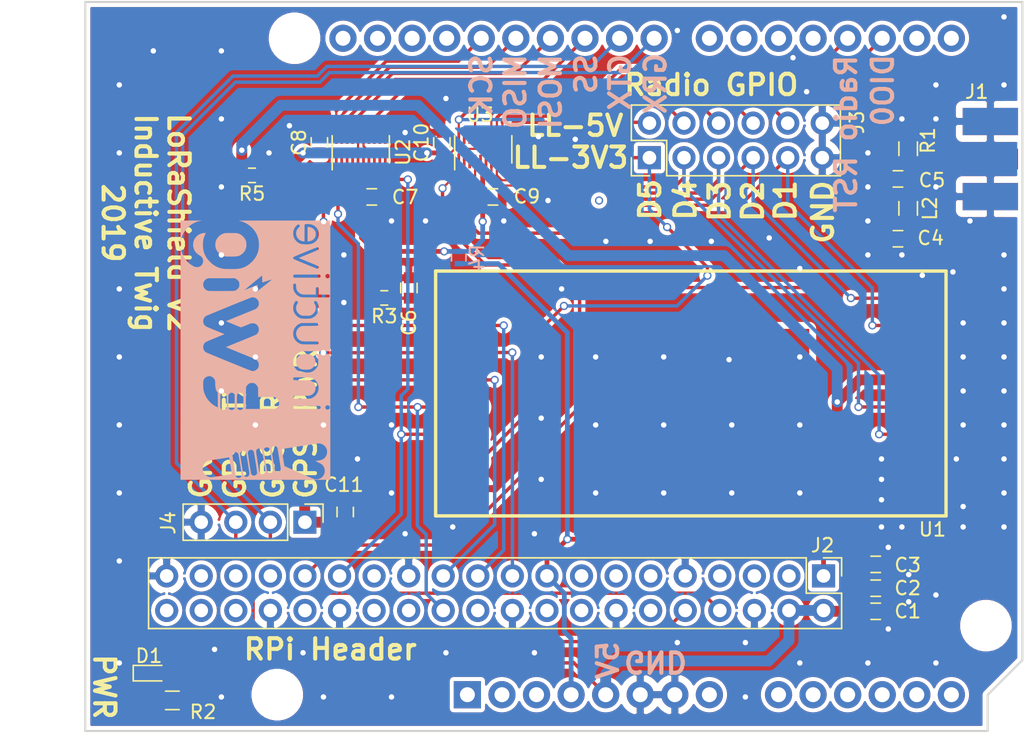
<source format=kicad_pcb>
(kicad_pcb (version 20171130) (host pcbnew "(5.1.2)-2")
  (title_block (title LoRaShield) (date 2019-08-03) (rev V2) (company "Enhanced Radio Devices"))
  (layers (0 F.Cu signal) (1 In1.Cu signal) (2 In2.Cu signal) (31 B.Cu signal) (34 B.Paste user) (35 F.Paste user) (36 B.SilkS user) (37 F.SilkS user) (38 B.Mask user) (39 F.Mask user) (44 Edge.Cuts user))
  (net 0 "")
  (net 1 +5V)
  (net 2 GND)
  (net 3 +3V3)
  (net 4 SCK)
  (net 5 MISO)
  (net 6 MOSI)
  (net 7 SS)
  (net 8 DIO1)
  (net 9 DIO2)
  (net 10 DIO3)
  (net 11 DIO4)
  (net 12 DIO5)
  (net 13 RADIO_RESET)
  (net 14 DIO0)
  (net 15 "Net-(C4-Pad1)")
  (net 16 "Net-(C5-Pad1)")
  (net 17 /RFM_MISO)
  (net 18 /RFM_MOSI)
  (net 19 /RFM_SCK)
  (net 20 /RFM_SS)
  (net 21 /RFM_RST)
  (net 22 /RFM_DIO5)
  (net 23 /RFM_DIO4)
  (net 24 /RFM_DIO2)
  (net 25 /RFM_DIO0)
  (net 26 /RFM_DIO1)
  (net 27 /RFM_DIO3)
  (net 28 VBUS)
  (net 29 "Net-(D1-Pad2)")
  (net 30 +3.3VP)
  (net 31 "Net-(C6-Pad1)")
  (net 32 /GPS_TX)
  (net 33 /GPS_RX)
  (module InductiveTwigModules:InductiveTwigVertNeg (layer B.Cu) (at 83.258 118.315 90)
    (fp_text reference G*** hide)
    (fp_text value LOGO hide)
  )
  (module mogar_modules_new:Arduino_UNO_HamShieldFootprint (layer B.Cu) (at 98.834 143.647)
    (fp_text reference A1 hide)
    (fp_text value Arduino_UNO_R3)
    (pad 32 thru_hole oval (at -9.14 -48.26 270) (size 2 2) (drill 1.1) (layers *.Cu *.Mask))
    (pad 31 thru_hole oval (at -6.6 -48.26 270) (size 2 2) (drill 1.1) (layers *.Cu *.Mask))
    (pad 1 thru_hole rect (at 0 0 270) (size 2 2) (drill 1.1) (layers *.Cu *.Mask))
    (pad 17 thru_hole oval (at 30.48 -48.26 270) (size 2 2) (drill 1.1) (layers *.Cu *.Mask) (net 14 DIO0))
    (pad 2 thru_hole oval (at 2.54 0 270) (size 2 2) (drill 1.1) (layers *.Cu *.Mask))
    (pad 18 thru_hole oval (at 27.94 -48.26 270) (size 2 2) (drill 1.1) (layers *.Cu *.Mask) (net 13 RADIO_RESET))
    (pad 3 thru_hole oval (at 5.08 0 270) (size 2 2) (drill 1.1) (layers *.Cu *.Mask))
    (pad 19 thru_hole oval (at 25.4 -48.26 270) (size 2 2) (drill 1.1) (layers *.Cu *.Mask))
    (pad 4 thru_hole oval (at 7.62 0 270) (size 2 2) (drill 1.1) (layers *.Cu *.Mask) (net 30 +3.3VP))
    (pad 20 thru_hole oval (at 22.86 -48.26 270) (size 2 2) (drill 1.1) (layers *.Cu *.Mask))
    (pad 5 thru_hole oval (at 10.16 0 270) (size 2 2) (drill 1.1) (layers *.Cu *.Mask) (net 1 +5V))
    (pad 21 thru_hole oval (at 20.32 -48.26 270) (size 2 2) (drill 1.1) (layers *.Cu *.Mask))
    (pad 6 thru_hole oval (at 12.7 0 270) (size 2 2) (drill 1.1) (layers *.Cu *.Mask) (net 2 GND))
    (pad 22 thru_hole oval (at 17.78 -48.26 270) (size 2 2) (drill 1.1) (layers *.Cu *.Mask))
    (pad 7 thru_hole oval (at 15.24 0 270) (size 2 2) (drill 1.1) (layers *.Cu *.Mask) (net 2 GND))
    (pad 23 thru_hole oval (at 13.72 -48.26 270) (size 2 2) (drill 1.1) (layers *.Cu *.Mask) (net 33 /GPS_RX))
    (pad 8 thru_hole oval (at 17.78 0 270) (size 2 2) (drill 1.1) (layers *.Cu *.Mask))
    (pad 24 thru_hole oval (at 11.18 -48.26 270) (size 2 2) (drill 1.1) (layers *.Cu *.Mask) (net 32 /GPS_TX))
    (pad 9 thru_hole oval (at 22.86 0 270) (size 2 2) (drill 1.1) (layers *.Cu *.Mask))
    (pad 25 thru_hole oval (at 8.64 -48.26 270) (size 2 2) (drill 1.1) (layers *.Cu *.Mask) (net 7 SS))
    (pad 10 thru_hole oval (at 25.4 0 270) (size 2 2) (drill 1.1) (layers *.Cu *.Mask))
    (pad 26 thru_hole oval (at 6.1 -48.26 270) (size 2 2) (drill 1.1) (layers *.Cu *.Mask) (net 6 MOSI))
    (pad 11 thru_hole oval (at 27.94 0 270) (size 2 2) (drill 1.1) (layers *.Cu *.Mask))
    (pad 27 thru_hole oval (at 3.56 -48.26 270) (size 2 2) (drill 1.1) (layers *.Cu *.Mask) (net 5 MISO))
    (pad 12 thru_hole oval (at 30.48 0 270) (size 2 2) (drill 1.1) (layers *.Cu *.Mask))
    (pad 28 thru_hole oval (at 1.02 -48.26 270) (size 2 2) (drill 1.1) (layers *.Cu *.Mask) (net 4 SCK))
    (pad 13 thru_hole oval (at 33.02 0 270) (size 2 2) (drill 1.1) (layers *.Cu *.Mask))
    (pad 29 thru_hole oval (at -1.52 -48.26 270) (size 2 2) (drill 1.1) (layers *.Cu *.Mask))
    (pad 14 thru_hole oval (at 35.56 0 270) (size 2 2) (drill 1.1) (layers *.Cu *.Mask))
    (pad 30 thru_hole oval (at -4.06 -48.26 270) (size 2 2) (drill 1.1) (layers *.Cu *.Mask))
    (pad 15 thru_hole oval (at 35.56 -48.26 270) (size 2 2) (drill 1.1) (layers *.Cu *.Mask))
    (pad 16 thru_hole oval (at 33.02 -48.26 270) (size 2 2) (drill 1.1) (layers *.Cu *.Mask))
    (pad "" np_thru_hole circle (at -13.97 0 270) (size 3.2 3.2) (drill 3.2) (layers *.Cu *.Mask))
    (pad "" np_thru_hole circle (at -12.7 -48.26 270) (size 3.2 3.2) (drill 3.2) (layers *.Cu *.Mask))
    (pad "" np_thru_hole circle (at 38.1 -5.08 270) (size 3.2 3.2) (drill 3.2) (layers *.Cu *.Mask))
  )
  (module mogar_modules_new:RFM98PW (layer F.Cu) (at 132 128.5 180)
    (fp_text reference U1 (at -1 -3 180) (layer F.SilkS))
    (fp_text value RFM95PW)
    (pad 17 smd rect (at 14.55 8.75 180) (size 13 6) (layers F.Cu F.Paste F.Mask) (net 2 GND))
    (pad 16 smd oval (at 33.7 0 180) (size 4 1.2) (layers F.Cu F.Paste F.Mask) (net 2 GND))
    (pad 15 smd oval (at 33.7 2 180) (size 4 1.2) (layers F.Cu F.Paste F.Mask) (net 22 /RFM_DIO5))
    (pad 14 smd oval (at 33.7 4 180) (size 4 1.2) (layers F.Cu F.Paste F.Mask) (net 21 /RFM_RST))
    (pad 13 smd oval (at 33.7 6 180) (size 4 1.2) (layers F.Cu F.Paste F.Mask) (net 20 /RFM_SS))
    (pad 12 smd oval (at 33.7 8 180) (size 4 1.2) (layers F.Cu F.Paste F.Mask) (net 19 /RFM_SCK))
    (pad 11 smd oval (at 33.7 10 180) (size 4 1.2) (layers F.Cu F.Paste F.Mask) (net 18 /RFM_MOSI))
    (pad 10 smd oval (at 33.7 12 180) (size 4 1.2) (layers F.Cu F.Paste F.Mask) (net 17 /RFM_MISO))
    (pad 9 smd oval (at 33.7 14 180) (size 4 1.2) (layers F.Cu F.Paste F.Mask) (net 31 "Net-(C6-Pad1)"))
    (pad 8 smd oval (at 0 14 180) (size 4 1.2) (layers F.Cu F.Paste F.Mask) (net 24 /RFM_DIO2))
    (pad 7 smd oval (at 0 12 180) (size 4 1.2) (layers F.Cu F.Paste F.Mask) (net 26 /RFM_DIO1))
    (pad 6 smd oval (at 0 10 180) (size 4 1.2) (layers F.Cu F.Paste F.Mask) (net 25 /RFM_DIO0))
    (pad 5 smd oval (at 0 8 180) (size 4 1.2) (layers F.Cu F.Paste F.Mask) (net 1 +5V))
    (pad 4 smd oval (at 0 6 180) (size 4 1.2) (layers F.Cu F.Paste F.Mask) (net 23 /RFM_DIO4))
    (pad 3 smd oval (at 0 4 180) (size 4 1.2) (layers F.Cu F.Paste F.Mask) (net 27 /RFM_DIO3))
    (pad 2 smd oval (at 0 2 180) (size 4 1.2) (layers F.Cu F.Paste F.Mask) (net 2 GND))
    (pad 1 smd oval (at 0 0 180) (size 4 1.2) (layers F.Cu F.Paste F.Mask) (net 15 "Net-(C4-Pad1)"))
  )
  (module Capacitors_SMD:C_0603 (layer F.Cu) (at 128.833 137.515)
    (fp_text reference C1 (at 2.35 0) (layer F.SilkS))
    (fp_text value 4u7)
    (pad 2 smd rect (at 0.75 0) (size 0.8 0.75) (layers F.Cu F.Paste F.Mask) (net 2 GND))
    (pad 1 smd rect (at -0.75 0) (size 0.8 0.75) (layers F.Cu F.Paste F.Mask) (net 1 +5V))
  )
  (module Capacitors_SMD:C_0603 (layer F.Cu) (at 128.833 135.815)
    (fp_text reference C2 (at 2.35 0) (layer F.SilkS))
    (fp_text value 1u)
    (pad 2 smd rect (at 0.75 0) (size 0.8 0.75) (layers F.Cu F.Paste F.Mask) (net 2 GND))
    (pad 1 smd rect (at -0.75 0) (size 0.8 0.75) (layers F.Cu F.Paste F.Mask) (net 1 +5V))
  )
  (module Capacitors_SMD:C_0603 (layer F.Cu) (at 128.833 134.065)
    (fp_text reference C3 (at 2.35 0.05) (layer F.SilkS))
    (fp_text value 0u1)
    (pad 2 smd rect (at 0.75 0) (size 0.8 0.75) (layers F.Cu F.Paste F.Mask) (net 2 GND))
    (pad 1 smd rect (at -0.75 0) (size 0.8 0.75) (layers F.Cu F.Paste F.Mask) (net 1 +5V))
  )
  (module mogar_modules_new:SMA-EDGE-HandSolder (layer F.Cu) (at 137.258 104.265 90)
    (fp_text reference J1 (at 4.95 -1 180) (layer F.SilkS))
    (fp_text value SMA_EDGE)
    (pad GND smd rect (at -2.762 0 90) (size 2 4.064) (layers F.Cu F.Mask) (net 2 GND))
    (pad GND smd rect (at 2.762 0 90) (size 2 4.064) (layers F.Cu F.Mask) (net 2 GND))
    (pad GND smd rect (at -2.762 0 90) (size 2 4.064) (layers B.Cu B.Mask) (net 2 GND))
    (pad GND smd rect (at 2.762 0 90) (size 2 4.064) (layers B.Cu B.Mask) (net 2 GND))
    (pad SIG smd rect (at 0 0 90) (size 1.524 4.064) (layers F.Cu F.Mask) (net 16 "Net-(C5-Pad1)"))
  )
  (module Capacitors_SMD:C_0603 (layer F.Cu) (at 130.468 110.125 180)
    (fp_text reference C4 (at -2.4 0.05 180) (layer F.SilkS))
    (fp_text value 6p)
    (pad 2 smd rect (at 0.75 0 180) (size 0.8 0.75) (layers F.Cu F.Paste F.Mask) (net 2 GND))
    (pad 1 smd rect (at -0.75 0 180) (size 0.8 0.75) (layers F.Cu F.Paste F.Mask) (net 15 "Net-(C4-Pad1)"))
  )
  (module Capacitors_SMD:C_0603 (layer F.Cu) (at 130.468 105.725 180)
    (fp_text reference C5 (at -2.5 -0.1 180) (layer F.SilkS))
    (fp_text value 6p)
    (pad 2 smd rect (at 0.75 0 180) (size 0.8 0.75) (layers F.Cu F.Paste F.Mask) (net 2 GND))
    (pad 1 smd rect (at -0.75 0 180) (size 0.8 0.75) (layers F.Cu F.Paste F.Mask) (net 16 "Net-(C5-Pad1)"))
  )
  (module Inductors_SMD:L_0603 (layer F.Cu) (at 131.218 107.895 270)
    (fp_text reference L2 (at 0 -1.6 270) (layer F.SilkS))
    (fp_text value 18n)
    (pad 1 smd rect (at -0.75 0 270) (size 0.5 0.9) (layers F.Cu F.Paste F.Mask) (net 16 "Net-(C5-Pad1)"))
    (pad 2 smd rect (at 0.75 0 270) (size 0.5 0.9) (layers F.Cu F.Paste F.Mask) (net 15 "Net-(C4-Pad1)"))
  )
  (module Capacitors_SMD:C_0603 (layer F.Cu) (at 94.538 113.745 90)
    (fp_text reference C6 (at -2.55 0 90) (layer F.SilkS))
    (fp_text value 1u)
    (pad 2 smd rect (at 0.75 0 90) (size 0.8 0.75) (layers F.Cu F.Paste F.Mask) (net 2 GND))
    (pad 1 smd rect (at -0.75 0 90) (size 0.8 0.75) (layers F.Cu F.Paste F.Mask) (net 31 "Net-(C6-Pad1)"))
  )
  (module Capacitors_SMD:C_0603 (layer F.Cu) (at 91.808 107.05)
    (fp_text reference C7 (at 2.45 0.015) (layer F.SilkS))
    (fp_text value 0u1)
    (pad 2 smd rect (at 0.75 0) (size 0.8 0.75) (layers F.Cu F.Paste F.Mask) (net 2 GND))
    (pad 1 smd rect (at -0.75 0) (size 0.8 0.75) (layers F.Cu F.Paste F.Mask) (net 3 +3V3))
  )
  (module Capacitors_SMD:C_0603 (layer F.Cu) (at 87.958 103.05 90)
    (fp_text reference C8 (at 0 -1.5 90) (layer F.SilkS))
    (fp_text value 0u1)
    (pad 2 smd rect (at 0.75 0 90) (size 0.8 0.75) (layers F.Cu F.Paste F.Mask) (net 2 GND))
    (pad 1 smd rect (at -0.75 0 90) (size 0.8 0.75) (layers F.Cu F.Paste F.Mask) (net 28 VBUS))
  )
  (module Pin_Headers:Pin_Header_Straight_2x20_Pitch2.54mm (layer F.Cu) (at 125 134.915 270)
    (fp_text reference J2 (at -2.25 0.072) (layer F.SilkS))
    (fp_text value Conn_02x20_Odd_Even)
    (pad 1 thru_hole rect (at 0 0 270) (size 1.7 1.7) (drill 1) (layers *.Cu *.Mask) (net 30 +3.3VP))
    (pad 2 thru_hole oval (at 2.54 0 270) (size 1.7 1.7) (drill 1) (layers *.Cu *.Mask) (net 1 +5V))
    (pad 3 thru_hole oval (at 0 2.54 270) (size 1.7 1.7) (drill 1) (layers *.Cu *.Mask))
    (pad 4 thru_hole oval (at 2.54 2.54 270) (size 1.7 1.7) (drill 1) (layers *.Cu *.Mask) (net 1 +5V))
    (pad 5 thru_hole oval (at 0 5.08 270) (size 1.7 1.7) (drill 1) (layers *.Cu *.Mask))
    (pad 6 thru_hole oval (at 2.54 5.08 270) (size 1.7 1.7) (drill 1) (layers *.Cu *.Mask) (net 2 GND))
    (pad 7 thru_hole oval (at 0 7.62 270) (size 1.7 1.7) (drill 1) (layers *.Cu *.Mask))
    (pad 8 thru_hole oval (at 2.54 7.62 270) (size 1.7 1.7) (drill 1) (layers *.Cu *.Mask) (net 33 /GPS_RX))
    (pad 9 thru_hole oval (at 0 10.16 270) (size 1.7 1.7) (drill 1) (layers *.Cu *.Mask) (net 2 GND))
    (pad 10 thru_hole oval (at 2.54 10.16 270) (size 1.7 1.7) (drill 1) (layers *.Cu *.Mask) (net 32 /GPS_TX))
    (pad 11 thru_hole oval (at 0 12.7 270) (size 1.7 1.7) (drill 1) (layers *.Cu *.Mask))
    (pad 12 thru_hole oval (at 2.54 12.7 270) (size 1.7 1.7) (drill 1) (layers *.Cu *.Mask))
    (pad 13 thru_hole oval (at 0 15.24 270) (size 1.7 1.7) (drill 1) (layers *.Cu *.Mask))
    (pad 14 thru_hole oval (at 2.54 15.24 270) (size 1.7 1.7) (drill 1) (layers *.Cu *.Mask) (net 2 GND))
    (pad 15 thru_hole oval (at 0 17.78 270) (size 1.7 1.7) (drill 1) (layers *.Cu *.Mask))
    (pad 16 thru_hole oval (at 2.54 17.78 270) (size 1.7 1.7) (drill 1) (layers *.Cu *.Mask))
    (pad 17 thru_hole oval (at 0 20.32 270) (size 1.7 1.7) (drill 1) (layers *.Cu *.Mask) (net 30 +3.3VP))
    (pad 18 thru_hole oval (at 2.54 20.32 270) (size 1.7 1.7) (drill 1) (layers *.Cu *.Mask))
    (pad 19 thru_hole oval (at 0 22.86 270) (size 1.7 1.7) (drill 1) (layers *.Cu *.Mask) (net 18 /RFM_MOSI))
    (pad 20 thru_hole oval (at 2.54 22.86 270) (size 1.7 1.7) (drill 1) (layers *.Cu *.Mask) (net 2 GND))
    (pad 21 thru_hole oval (at 0 25.4 270) (size 1.7 1.7) (drill 1) (layers *.Cu *.Mask) (net 17 /RFM_MISO))
    (pad 22 thru_hole oval (at 2.54 25.4 270) (size 1.7 1.7) (drill 1) (layers *.Cu *.Mask))
    (pad 23 thru_hole oval (at 0 27.94 270) (size 1.7 1.7) (drill 1) (layers *.Cu *.Mask) (net 19 /RFM_SCK))
    (pad 24 thru_hole oval (at 2.54 27.94 270) (size 1.7 1.7) (drill 1) (layers *.Cu *.Mask) (net 20 /RFM_SS))
    (pad 25 thru_hole oval (at 0 30.48 270) (size 1.7 1.7) (drill 1) (layers *.Cu *.Mask) (net 2 GND))
    (pad 26 thru_hole oval (at 2.54 30.48 270) (size 1.7 1.7) (drill 1) (layers *.Cu *.Mask))
    (pad 27 thru_hole oval (at 0 33.02 270) (size 1.7 1.7) (drill 1) (layers *.Cu *.Mask))
    (pad 28 thru_hole oval (at 2.54 33.02 270) (size 1.7 1.7) (drill 1) (layers *.Cu *.Mask))
    (pad 29 thru_hole oval (at 0 35.56 270) (size 1.7 1.7) (drill 1) (layers *.Cu *.Mask) (net 21 /RFM_RST))
    (pad 30 thru_hole oval (at 2.54 35.56 270) (size 1.7 1.7) (drill 1) (layers *.Cu *.Mask) (net 2 GND))
    (pad 31 thru_hole oval (at 0 38.1 270) (size 1.7 1.7) (drill 1) (layers *.Cu *.Mask) (net 25 /RFM_DIO0))
    (pad 32 thru_hole oval (at 2.54 38.1 270) (size 1.7 1.7) (drill 1) (layers *.Cu *.Mask))
    (pad 33 thru_hole oval (at 0 40.64 270) (size 1.7 1.7) (drill 1) (layers *.Cu *.Mask))
    (pad 34 thru_hole oval (at 2.54 40.64 270) (size 1.7 1.7) (drill 1) (layers *.Cu *.Mask) (net 2 GND))
    (pad 35 thru_hole oval (at 0 43.18 270) (size 1.7 1.7) (drill 1) (layers *.Cu *.Mask))
    (pad 36 thru_hole oval (at 2.54 43.18 270) (size 1.7 1.7) (drill 1) (layers *.Cu *.Mask))
    (pad 37 thru_hole oval (at 0 45.72 270) (size 1.7 1.7) (drill 1) (layers *.Cu *.Mask))
    (pad 38 thru_hole oval (at 2.54 45.72 270) (size 1.7 1.7) (drill 1) (layers *.Cu *.Mask))
    (pad 39 thru_hole oval (at 0 48.26 270) (size 1.7 1.7) (drill 1) (layers *.Cu *.Mask) (net 2 GND))
    (pad 40 thru_hole oval (at 2.54 48.26 270) (size 1.7 1.7) (drill 1) (layers *.Cu *.Mask))
  )
  (module Housings_SON:USON-20_2x4mm_Pitch0.4mm (layer F.Cu) (at 91 103.55 90)
    (fp_text reference U2 (at -0.215 3.108 90) (layer F.SilkS))
    (fp_text value TXB0108-DFN20)
    (pad 1 smd rect (at -0.85 -1.8) (size 0.2 1.1) (layers F.Cu F.Paste F.Mask) (net 19 /RFM_SCK))
    (pad 2 smd rect (at -0.9 -1.4) (size 0.2 1) (layers F.Cu F.Paste F.Mask) (net 17 /RFM_MISO))
    (pad 3 smd rect (at -0.9 -1) (size 0.2 1) (layers F.Cu F.Paste F.Mask) (net 18 /RFM_MOSI))
    (pad 4 smd rect (at -0.9 -0.6) (size 0.2 1) (layers F.Cu F.Paste F.Mask) (net 20 /RFM_SS))
    (pad 5 smd rect (at -0.9 -0.2) (size 0.2 1) (layers F.Cu F.Paste F.Mask) (net 3 +3V3))
    (pad 6 smd rect (at -0.9 0.2) (size 0.2 1) (layers F.Cu F.Paste F.Mask) (net 3 +3V3))
    (pad 7 smd rect (at -0.9 0.6) (size 0.2 1) (layers F.Cu F.Paste F.Mask) (net 21 /RFM_RST))
    (pad 8 smd rect (at -0.9 1) (size 0.2 1) (layers F.Cu F.Paste F.Mask))
    (pad 9 smd rect (at -0.9 1.4) (size 0.2 1) (layers F.Cu F.Paste F.Mask))
    (pad 10 smd rect (at -0.9 1.8) (size 0.2 1) (layers F.Cu F.Paste F.Mask))
    (pad 11 smd rect (at 0.9 1.8) (size 0.2 1) (layers F.Cu F.Paste F.Mask))
    (pad 12 smd rect (at 0.9 1.4) (size 0.2 1) (layers F.Cu F.Paste F.Mask))
    (pad 13 smd rect (at 0.9 1) (size 0.2 1) (layers F.Cu F.Paste F.Mask))
    (pad 14 smd rect (at 0.9 0.6) (size 0.2 1) (layers F.Cu F.Paste F.Mask) (net 13 RADIO_RESET))
    (pad 15 smd rect (at 0.9 0.2) (size 0.2 1) (layers F.Cu F.Paste F.Mask) (net 2 GND))
    (pad 16 smd rect (at 0.9 -0.2) (size 0.2 1) (layers F.Cu F.Paste F.Mask) (net 28 VBUS))
    (pad 17 smd rect (at 0.9 -0.6) (size 0.2 1) (layers F.Cu F.Paste F.Mask) (net 7 SS))
    (pad 18 smd rect (at 0.9 -1) (size 0.2 1) (layers F.Cu F.Paste F.Mask) (net 6 MOSI))
    (pad 19 smd rect (at 0.9 -1.4) (size 0.2 1) (layers F.Cu F.Paste F.Mask) (net 5 MISO))
    (pad 20 smd rect (at 0.9 -1.8) (size 0.2 1) (layers F.Cu F.Paste F.Mask) (net 4 SCK))
  )
  (module Capacitors_SMD:C_0603 (layer F.Cu) (at 100.708 107.05)
    (fp_text reference C9 (at 2.5 -0.035) (layer F.SilkS))
    (fp_text value 0u1)
    (pad 2 smd rect (at 0.75 0) (size 0.8 0.75) (layers F.Cu F.Paste F.Mask) (net 2 GND))
    (pad 1 smd rect (at -0.75 0) (size 0.8 0.75) (layers F.Cu F.Paste F.Mask) (net 3 +3V3))
  )
  (module Capacitors_SMD:C_0603 (layer F.Cu) (at 96.958 103.05 90)
    (fp_text reference C10 (at 0 -1.5 90) (layer F.SilkS))
    (fp_text value 0u1)
    (pad 2 smd rect (at 0.75 0 90) (size 0.8 0.75) (layers F.Cu F.Paste F.Mask) (net 2 GND))
    (pad 1 smd rect (at -0.75 0 90) (size 0.8 0.75) (layers F.Cu F.Paste F.Mask) (net 28 VBUS))
  )
  (module Resistors_SMD:R_0603 (layer F.Cu) (at 131.218 103.505 90)
    (fp_text reference R1 (at 0.6 1.45 90) (layer F.SilkS))
    (fp_text value 1M)
    (pad 1 smd rect (at -0.75 0 90) (size 0.5 0.9) (layers F.Cu F.Paste F.Mask) (net 16 "Net-(C5-Pad1)"))
    (pad 2 smd rect (at 0.75 0 90) (size 0.5 0.9) (layers F.Cu F.Paste F.Mask) (net 2 GND))
  )
  (module Housings_SON:USON-20_2x4mm_Pitch0.4mm (layer F.Cu) (at 100 103.55 90)
    (fp_text reference U3 (at 2.535 -0.242 180) (layer F.SilkS))
    (fp_text value TXB0108-DFN20)
    (pad 1 smd rect (at -0.85 -1.8) (size 0.2 1.1) (layers F.Cu F.Paste F.Mask) (net 25 /RFM_DIO0))
    (pad 2 smd rect (at -0.9 -1.4) (size 0.2 1) (layers F.Cu F.Paste F.Mask))
    (pad 3 smd rect (at -0.9 -1) (size 0.2 1) (layers F.Cu F.Paste F.Mask))
    (pad 4 smd rect (at -0.9 -0.6) (size 0.2 1) (layers F.Cu F.Paste F.Mask) (net 26 /RFM_DIO1))
    (pad 5 smd rect (at -0.9 -0.2) (size 0.2 1) (layers F.Cu F.Paste F.Mask) (net 3 +3V3))
    (pad 6 smd rect (at -0.9 0.2) (size 0.2 1) (layers F.Cu F.Paste F.Mask) (net 3 +3V3))
    (pad 7 smd rect (at -0.9 0.6) (size 0.2 1) (layers F.Cu F.Paste F.Mask) (net 24 /RFM_DIO2))
    (pad 8 smd rect (at -0.9 1) (size 0.2 1) (layers F.Cu F.Paste F.Mask) (net 27 /RFM_DIO3))
    (pad 9 smd rect (at -0.9 1.4) (size 0.2 1) (layers F.Cu F.Paste F.Mask) (net 23 /RFM_DIO4))
    (pad 10 smd rect (at -0.9 1.8) (size 0.2 1) (layers F.Cu F.Paste F.Mask) (net 22 /RFM_DIO5))
    (pad 11 smd rect (at 0.9 1.8) (size 0.2 1) (layers F.Cu F.Paste F.Mask) (net 12 DIO5))
    (pad 12 smd rect (at 0.9 1.4) (size 0.2 1) (layers F.Cu F.Paste F.Mask) (net 11 DIO4))
    (pad 13 smd rect (at 0.9 1) (size 0.2 1) (layers F.Cu F.Paste F.Mask) (net 10 DIO3))
    (pad 14 smd rect (at 0.9 0.6) (size 0.2 1) (layers F.Cu F.Paste F.Mask) (net 9 DIO2))
    (pad 15 smd rect (at 0.9 0.2) (size 0.2 1) (layers F.Cu F.Paste F.Mask) (net 2 GND))
    (pad 16 smd rect (at 0.9 -0.2) (size 0.2 1) (layers F.Cu F.Paste F.Mask) (net 28 VBUS))
    (pad 17 smd rect (at 0.9 -0.6) (size 0.2 1) (layers F.Cu F.Paste F.Mask) (net 8 DIO1))
    (pad 18 smd rect (at 0.9 -1) (size 0.2 1) (layers F.Cu F.Paste F.Mask))
    (pad 19 smd rect (at 0.9 -1.4) (size 0.2 1) (layers F.Cu F.Paste F.Mask))
    (pad 20 smd rect (at 0.9 -1.8) (size 0.2 1) (layers F.Cu F.Paste F.Mask) (net 14 DIO0))
  )
  (module Pin_Headers:Pin_Header_Straight_2x06_Pitch2.54mm (layer F.Cu) (at 112.208 104.165 90)
    (fp_text reference J3 (at 2.6 15.25 90) (layer F.SilkS))
    (fp_text value Conn_02x06_Odd_Even)
    (pad 1 thru_hole rect (at 0 0 90) (size 1.7 1.7) (drill 1) (layers *.Cu *.Mask) (net 22 /RFM_DIO5))
    (pad 2 thru_hole oval (at 2.54 0 90) (size 1.7 1.7) (drill 1) (layers *.Cu *.Mask) (net 12 DIO5))
    (pad 3 thru_hole oval (at 0 2.54 90) (size 1.7 1.7) (drill 1) (layers *.Cu *.Mask) (net 23 /RFM_DIO4))
    (pad 4 thru_hole oval (at 2.54 2.54 90) (size 1.7 1.7) (drill 1) (layers *.Cu *.Mask) (net 11 DIO4))
    (pad 5 thru_hole oval (at 0 5.08 90) (size 1.7 1.7) (drill 1) (layers *.Cu *.Mask) (net 27 /RFM_DIO3))
    (pad 6 thru_hole oval (at 2.54 5.08 90) (size 1.7 1.7) (drill 1) (layers *.Cu *.Mask) (net 10 DIO3))
    (pad 7 thru_hole oval (at 0 7.62 90) (size 1.7 1.7) (drill 1) (layers *.Cu *.Mask) (net 24 /RFM_DIO2))
    (pad 8 thru_hole oval (at 2.54 7.62 90) (size 1.7 1.7) (drill 1) (layers *.Cu *.Mask) (net 9 DIO2))
    (pad 9 thru_hole oval (at 0 10.16 90) (size 1.7 1.7) (drill 1) (layers *.Cu *.Mask) (net 26 /RFM_DIO1))
    (pad 10 thru_hole oval (at 2.54 10.16 90) (size 1.7 1.7) (drill 1) (layers *.Cu *.Mask) (net 8 DIO1))
    (pad 11 thru_hole oval (at 0 12.7 90) (size 1.7 1.7) (drill 1) (layers *.Cu *.Mask) (net 2 GND))
    (pad 12 thru_hole oval (at 2.54 12.7 90) (size 1.7 1.7) (drill 1) (layers *.Cu *.Mask) (net 2 GND))
  )
  (module Diodes_SMD:D_0603 (layer F.Cu) (at 75.583001 142.065)
    (fp_text reference D1 (at -0.150001 -1.275) (layer F.SilkS))
    (fp_text value LED)
    (pad 2 smd rect (at 0.85 0) (size 0.6 0.8) (layers F.Cu F.Paste F.Mask) (net 29 "Net-(D1-Pad2)"))
    (pad 1 smd rect (at -0.85 0) (size 0.6 0.8) (layers F.Cu F.Paste F.Mask) (net 2 GND))
  )
  (module Resistors_SMD:R_0603 (layer F.Cu) (at 77.158 144.065 180)
    (fp_text reference R2 (at -2.25 -0.85 180) (layer F.SilkS))
    (fp_text value 330)
    (pad 2 smd rect (at 0.75 0 180) (size 0.5 0.9) (layers F.Cu F.Paste F.Mask) (net 29 "Net-(D1-Pad2)"))
    (pad 1 smd rect (at -0.75 0 180) (size 0.5 0.9) (layers F.Cu F.Paste F.Mask) (net 1 +5V))
  )
  (module Resistors_SMD:R_0402 (layer F.Cu) (at 92.728 114.475 180)
    (fp_text reference R3 (at 0 -1.35 180) (layer F.SilkS))
    (fp_text value 0)
    (pad 1 smd rect (at -0.45 0 180) (size 0.4 0.6) (layers F.Cu F.Paste F.Mask) (net 31 "Net-(C6-Pad1)"))
    (pad 2 smd rect (at 0.45 0 180) (size 0.4 0.6) (layers F.Cu F.Paste F.Mask) (net 3 +3V3))
  )
  (module Resistors_SMD:R_0402 (layer B.Cu) (at 98.198 111.505 90)
    (fp_text reference R4 (at 0 1.35 90) (layer B.SilkS) (effects (justify mirror)))
    (fp_text value DNP)
    (pad 2 smd rect (at 0.45 0 90) (size 0.4 0.6) (layers B.Cu B.Paste B.Mask) (net 3 +3V3))
    (pad 1 smd rect (at -0.45 0 90) (size 0.4 0.6) (layers B.Cu B.Paste B.Mask) (net 30 +3.3VP))
  )
  (module Pin_Headers:Pin_Header_Straight_1x04_Pitch2.54mm (layer F.Cu) (at 86.898 130.965 270)
    (fp_text reference J4 (at 0.05 10.04 270) (layer F.SilkS))
    (fp_text value Conn_01x04)
    (pad 4 thru_hole oval (at 0 7.62 270) (size 1.7 1.7) (drill 1) (layers *.Cu *.Mask) (net 2 GND))
    (pad 3 thru_hole oval (at 0 5.08 270) (size 1.7 1.7) (drill 1) (layers *.Cu *.Mask) (net 32 /GPS_TX))
    (pad 2 thru_hole oval (at 0 2.54 270) (size 1.7 1.7) (drill 1) (layers *.Cu *.Mask) (net 33 /GPS_RX))
    (pad 1 thru_hole rect (at 0 0 270) (size 1.7 1.7) (drill 1) (layers *.Cu *.Mask) (net 28 VBUS))
  )
  (module Capacitors_SMD:C_0603 (layer F.Cu) (at 89.858 130.215 90)
    (fp_text reference C11 (at 2 -0.1 180) (layer F.SilkS))
    (fp_text value 1u)
    (pad 1 smd rect (at -0.75 0 90) (size 0.8 0.75) (layers F.Cu F.Paste F.Mask) (net 28 VBUS))
    (pad 2 smd rect (at 0.75 0 90) (size 0.8 0.75) (layers F.Cu F.Paste F.Mask) (net 2 GND))
  )
  (module Fiducials:Fiducial_0.5mm_Dia_1mm_Outer (layer F.Cu) (at 72.5 95)
    (fp_text reference FID1 hide)
    (fp_text value Fiducial)
    (pad ~ smd circle (at 0 0) (size 0.5 0.5) (layers F.Cu F.Mask) (clearance 0.25))
  )
  (module Fiducials:Fiducial_0.5mm_Dia_1mm_Outer (layer F.Cu) (at 137.5 95)
    (fp_text reference FID2 hide)
    (fp_text value Fiducial)
    (pad ~ smd circle (at 0 0) (size 0.5 0.5) (layers F.Cu F.Mask) (clearance 0.25))
  )
  (module Fiducials:Fiducial_0.5mm_Dia_1mm_Outer (layer F.Cu) (at 72.5 138)
    (fp_text reference FID3 hide)
    (fp_text value Fiducial)
    (pad ~ smd circle (at 0 0) (size 0.5 0.5) (layers F.Cu F.Mask) (clearance 0.25))
  )
  (module Resistors_SMD:R_0402 (layer F.Cu) (at 83.008 105.465 180)
    (fp_text reference R5 (at 0 -1.35) (layer F.SilkS))
    (fp_text value 0)
    (pad 2 smd rect (at 0.45 0 180) (size 0.4 0.6) (layers F.Cu F.Paste F.Mask) (net 1 +5V))
    (pad 1 smd rect (at -0.45 0 180) (size 0.4 0.6) (layers F.Cu F.Paste F.Mask) (net 28 VBUS))
  )
  (gr_text GND (at 112.658 141.215 180) (layer B.SilkS) (effects (font (size 1.5 1.5) (thickness 0.3)) (justify mirror)))
  (gr_text 5V (at 109.158 141.115 90) (layer B.SilkS) (effects (font (size 1.5 1.5) (thickness 0.3)) (justify mirror)))
  (gr_text DIO0 (at 129.358 99.215 90) (layer B.SilkS) (effects (font (size 1.5 1.5) (thickness 0.3)) (justify mirror)))
  (gr_text "Radio RST" (at 126.658 102.415 90) (layer B.SilkS) (effects (font (size 1.5 1.5) (thickness 0.3)) (justify mirror)))
  (gr_text GRX (at 112.658 98.715 90) (layer B.SilkS) (effects (font (size 1.5 1.5) (thickness 0.3)) (justify mirror)))
  (gr_text GTX (at 110.058 98.615 90) (layer B.SilkS) (effects (font (size 1.5 1.5) (thickness 0.3)) (justify mirror)))
  (gr_text SS (at 107.558 98.015 90) (layer B.SilkS) (effects (font (size 1.5 1.5) (thickness 0.3)) (justify mirror)))
  (gr_text MOSI (at 104.958 99.315 90) (layer B.SilkS) (effects (font (size 1.5 1.5) (thickness 0.3)) (justify mirror)))
  (gr_text MISO (at 102.358 99.315 90) (layer B.SilkS) (effects (font (size 1.5 1.5) (thickness 0.3)) (justify mirror)))
  (gr_text SCK (at 99.858 98.815 90) (layer B.SilkS) (effects (font (size 1.5 1.5) (thickness 0.3)) (justify mirror)))
  (gr_text GPS-PWR (at 86.958 123.715 90) (layer F.SilkS) (effects (font (size 1.5 1.5) (thickness 0.3))))
  (gr_text GPS-RX (at 84.558 124.615 90) (layer F.SilkS) (effects (font (size 1.5 1.5) (thickness 0.3))))
  (gr_text GPS-TX (at 81.758 124.815 90) (layer F.SilkS) (effects (font (size 1.5 1.5) (thickness 0.3))))
  (gr_text GND (at 79.258 126.915 90) (layer F.SilkS) (effects (font (size 1.5 1.5) (thickness 0.3))))
  (gr_text "Radio GPIO" (at 116.758 98.815) (layer F.SilkS) (effects (font (size 1.5 1.5) (thickness 0.3))))
  (gr_text "RPi Header" (at 88.758 140.315) (layer F.SilkS) (effects (font (size 1.5 1.5) (thickness 0.3))))
  (gr_text LL-5V (at 106.758 101.815) (layer F.SilkS) (effects (font (size 1.5 1.5) (thickness 0.3))))
  (gr_arc (start 133.368 111.065) (end 133.368 110.125) (angle 45) (layer F.Cu) (width 0.33))
  (gr_arc (start 135.368 113.07) (end 136.308 113.07) (angle -45) (layer F.Cu) (width 0.33))
  (gr_arc (start 135.368 127.56) (end 135.368 128.5) (angle -90) (layer F.Cu) (width 0.33))
  (gr_text PWR (at 72.158 143.065 270) (layer F.SilkS) (effects (font (size 1.5 1.5) (thickness 0.3))))
  (gr_text GND (at 124.958 108.165 90) (layer F.SilkS) (effects (font (size 1.5 1.5) (thickness 0.3))))
  (gr_text D1 (at 122.208 107.315 90) (layer F.SilkS) (effects (font (size 1.5 1.5) (thickness 0.3))))
  (gr_text D2 (at 119.808 107.365 90) (layer F.SilkS) (effects (font (size 1.5 1.5) (thickness 0.3))))
  (gr_text D3 (at 117.358 107.365 90) (layer F.SilkS) (effects (font (size 1.5 1.5) (thickness 0.3))))
  (gr_text D4 (at 114.858 107.265 90) (layer F.SilkS) (effects (font (size 1.5 1.5) (thickness 0.3))))
  (gr_text D5 (at 112.258 107.265 90) (layer F.SilkS) (effects (font (size 1.5 1.5) (thickness 0.3))))
  (gr_text LL-3V3 (at 106.408 104.165) (layer F.SilkS) (effects (font (size 1.5 1.5) (thickness 0.3))))
  (gr_text "LoRaShield v2\nInductive Twig\n2019" (at 75.198 108.965 270) (layer F.SilkS) (effects (font (size 1.5 1.5) (thickness 0.3))))
  (gr_line (start 139.608 141.115) (end 139.608 92.715) (angle 90) (layer Edge.Cuts) (width 0.15))
  (gr_line (start 137.058 143.665) (end 139.608 141.115) (angle 90) (layer Edge.Cuts) (width 0.15))
  (gr_line (start 137.058 146.315) (end 137.058 143.665) (angle 90) (layer Edge.Cuts) (width 0.15))
  (gr_line (start 70.758 146.315) (end 137.058 146.315) (angle 90) (layer Edge.Cuts) (width 0.15))
  (gr_line (start 70.758 92.715) (end 139.608 92.715) (angle 90) (layer Edge.Cuts) (width 0.15))
  (gr_line (start 70.758 146.315) (end 70.758 92.715) (angle 90) (layer Edge.Cuts) (width 0.15))
  (via (at 108.508 107.315) (size 0.6) (drill 0.4) (layers F.Cu B.Cu) (net 0))
  (segment (start 128.083 134.065) (end 128.083 135.815) (width 0.8) (layer F.Cu) (net 1))
  (segment (start 128.083 135.815) (end 128.083 137.515) (width 0.8) (layer F.Cu) (net 1))
  (segment (start 108.994 142.129) (end 109.958 141.165) (width 0.8) (layer B.Cu) (net 1))
  (segment (start 109.958 141.165) (end 120.958 141.165) (width 0.8) (layer B.Cu) (net 1))
  (segment (start 120.958 141.165) (end 122.46 139.663) (width 0.8) (layer B.Cu) (net 1))
  (segment (start 122.46 139.663) (end 122.46 137.455) (width 0.8) (layer B.Cu) (net 1))
  (segment (start 108.994 143.647) (end 108.994 142.129) (width 0.8) (layer B.Cu) (net 1))
  (segment (start 122.46 137.455) (end 125 137.455) (width 0.8) (layer B.Cu) (net 1))
  (segment (start 128.083 129.715) (end 128.083 134.065) (width 0.8) (layer F.Cu) (net 1))
  (segment (start 128.083 125.58) (end 128.083 129.715) (width 0.8) (layer F.Cu) (net 1))
  (segment (start 126.008 123.505) (end 128.083 125.58) (width 0.8) (layer F.Cu) (net 1))
  (segment (start 126.008 122.125) (end 126.008 123.505) (width 0.8) (layer F.Cu) (net 1))
  (segment (start 132 120.5) (end 127.633 120.5) (width 0.8) (layer F.Cu) (net 1))
  (segment (start 127.633 120.5) (end 126.008 122.125) (width 0.8) (layer F.Cu) (net 1))
  (segment (start 125.06 137.515) (end 125 137.455) (width 0.8) (layer F.Cu) (net 1))
  (segment (start 128.083 137.515) (end 125.06 137.515) (width 0.8) (layer F.Cu) (net 1))
  (segment (start 77.908 144.065) (end 77.908 142.675) (width 0.25) (layer F.Cu) (net 1))
  (segment (start 79.272 141.311) (end 106.658 141.311) (width 0.25) (layer F.Cu) (net 1))
  (segment (start 77.908 142.675) (end 79.272 141.311) (width 0.25) (layer F.Cu) (net 1))
  (segment (start 106.612 141.265) (end 106.658 141.311) (width 0.25) (layer F.Cu) (net 1))
  (segment (start 106.658 141.311) (end 108.994 143.647) (width 0.25) (layer F.Cu) (net 1))
  (via (at 126.008 122.125) (size 0.6) (drill 0.4) (layers F.Cu B.Cu) (net 1))
  (segment (start 126.008 122.125) (end 126.008 119.685) (width 0.8) (layer B.Cu) (net 1))
  (segment (start 126.008 119.685) (end 117.688 111.365) (width 0.8) (layer B.Cu) (net 1))
  (via (at 82.258 103.615) (size 0.6) (drill 0.4) (layers F.Cu B.Cu) (net 1))
  (segment (start 82.258 105.465) (end 82.258 103.615) (width 0.8) (layer F.Cu) (net 1))
  (segment (start 82.258 103.190736) (end 85.133736 100.315) (width 0.8) (layer B.Cu) (net 1))
  (segment (start 82.258 103.615) (end 82.258 103.190736) (width 0.8) (layer B.Cu) (net 1))
  (segment (start 85.133736 100.315) (end 95.208 100.315) (width 0.8) (layer B.Cu) (net 1))
  (segment (start 106.258 111.365) (end 113.258 111.365) (width 0.8) (layer B.Cu) (net 1))
  (segment (start 95.208 100.315) (end 106.258 111.365) (width 0.8) (layer B.Cu) (net 1))
  (segment (start 117.688 111.365) (end 113.258 111.365) (width 0.8) (layer B.Cu) (net 1))
  (segment (start 113.258 111.365) (end 112.748 111.365) (width 0.8) (layer B.Cu) (net 1))
  (via (at 123.258 118.815) (size 0.6) (drill 0.4) (layers F.Cu B.Cu) (net 2))
  (via (at 113.258 118.815) (size 0.6) (drill 0.4) (layers F.Cu B.Cu) (net 2))
  (segment (start 120.158 119.015) (end 118.058 119.015) (width 0.8) (layer F.Cu) (net 2))
  (segment (start 100.2 103.31) (end 100.405 103.515) (width 0.16) (layer F.Cu) (net 2))
  (segment (start 100.2 102.65) (end 100.2 103.31) (width 0.16) (layer F.Cu) (net 2))
  (segment (start 100.405 103.515) (end 103.158 103.515) (width 0.16) (layer F.Cu) (net 2))
  (segment (start 103.158 103.515) (end 104.058 102.615) (width 0.16) (layer F.Cu) (net 2))
  (segment (start 91.2 102.65) (end 91.2 103.31) (width 0.16) (layer F.Cu) (net 2))
  (segment (start 91.2 103.31) (end 91.405 103.515) (width 0.16) (layer F.Cu) (net 2))
  (segment (start 120.158 121.015) (end 123.408 121.015) (width 0.25) (layer F.Cu) (net 2))
  (segment (start 120.158 117.015) (end 116.958 117.015) (width 0.25) (layer F.Cu) (net 2))
  (segment (start 115.908 117.015) (end 116.958 117.015) (width 0.25) (layer F.Cu) (net 2))
  (segment (start 116.008 117.015) (end 115.908 117.015) (width 0.25) (layer F.Cu) (net 2))
  (segment (start 115.208 117.715) (end 115.908 117.015) (width 0.25) (layer F.Cu) (net 2))
  (segment (start 115.208 117.715) (end 113.958 118.965) (width 0.25) (layer F.Cu) (net 2))
  (segment (start 91.405 103.515) (end 93.558 103.515) (width 0.16) (layer F.Cu) (net 2))
  (segment (start 93.558 102.115) (end 95.108 100.565) (width 0.16) (layer F.Cu) (net 2))
  (segment (start 93.558 103.515) (end 93.558 102.115) (width 0.16) (layer F.Cu) (net 2))
  (via (at 75.758 96.315) (size 0.6) (drill 0.4) (layers F.Cu B.Cu) (net 2))
  (via (at 80.758 96.315) (size 0.6) (drill 0.4) (layers F.Cu B.Cu) (net 2))
  (via (at 73.258 98.815) (size 0.6) (drill 0.4) (layers F.Cu B.Cu) (net 2))
  (via (at 73.258 103.815) (size 0.6) (drill 0.4) (layers F.Cu B.Cu) (net 2))
  (via (at 73.258 113.815) (size 0.6) (drill 0.4) (layers F.Cu B.Cu) (net 2))
  (via (at 73.258 118.815) (size 0.6) (drill 0.4) (layers F.Cu B.Cu) (net 2))
  (via (at 73.258 123.815) (size 0.6) (drill 0.4) (layers F.Cu B.Cu) (net 2))
  (via (at 73.258 128.815) (size 0.6) (drill 0.4) (layers F.Cu B.Cu) (net 2))
  (via (at 73.258 133.815) (size 0.6) (drill 0.4) (layers F.Cu B.Cu) (net 2))
  (via (at 73.258 141.315) (size 0.6) (drill 0.4) (layers F.Cu B.Cu) (net 2))
  (via (at 80.758 143.815) (size 0.6) (drill 0.4) (layers F.Cu B.Cu) (net 2))
  (via (at 88.258 143.815) (size 0.6) (drill 0.4) (layers F.Cu B.Cu) (net 2))
  (via (at 93.258 143.815) (size 0.6) (drill 0.4) (layers F.Cu B.Cu) (net 2))
  (via (at 123.258 141.315) (size 0.6) (drill 0.4) (layers F.Cu B.Cu) (net 2))
  (via (at 128.258 141.315) (size 0.6) (drill 0.4) (layers F.Cu B.Cu) (net 2))
  (via (at 133.258 141.315) (size 0.6) (drill 0.4) (layers F.Cu B.Cu) (net 2))
  (via (at 133.258 136.315) (size 0.6) (drill 0.4) (layers F.Cu B.Cu) (net 2))
  (via (at 130.758 131.315) (size 0.6) (drill 0.4) (layers F.Cu B.Cu) (net 2))
  (via (at 138.258 131.315) (size 0.6) (drill 0.4) (layers F.Cu B.Cu) (net 2))
  (via (at 138.258 128.815) (size 0.6) (drill 0.4) (layers F.Cu B.Cu) (net 2))
  (via (at 138.258 126.315) (size 0.6) (drill 0.4) (layers F.Cu B.Cu) (net 2))
  (via (at 138.258 123.815) (size 0.6) (drill 0.4) (layers F.Cu B.Cu) (net 2))
  (via (at 138.258 121.315) (size 0.6) (drill 0.4) (layers F.Cu B.Cu) (net 2))
  (via (at 138.258 118.815) (size 0.6) (drill 0.4) (layers F.Cu B.Cu) (net 2))
  (via (at 138.258 116.315) (size 0.6) (drill 0.4) (layers F.Cu B.Cu) (net 2))
  (via (at 138.258 113.815) (size 0.6) (drill 0.4) (layers F.Cu B.Cu) (net 2))
  (via (at 138.258 111.315) (size 0.6) (drill 0.4) (layers F.Cu B.Cu) (net 2))
  (via (at 135.758 108.815) (size 0.6) (drill 0.4) (layers F.Cu B.Cu) (net 2))
  (via (at 133.258 106.315) (size 0.6) (drill 0.4) (layers F.Cu B.Cu) (net 2))
  (via (at 128.258 106.315) (size 0.6) (drill 0.4) (layers F.Cu B.Cu) (net 2))
  (via (at 128.258 108.815) (size 0.6) (drill 0.4) (layers F.Cu B.Cu) (net 2))
  (via (at 128.258 111.315) (size 0.6) (drill 0.4) (layers F.Cu B.Cu) (net 2))
  (via (at 130.758 111.315) (size 0.6) (drill 0.4) (layers F.Cu B.Cu) (net 2))
  (via (at 132.258 112.815) (size 0.6) (drill 0.4) (layers F.Cu B.Cu) (net 2))
  (via (at 133.258 101.315) (size 0.6) (drill 0.4) (layers F.Cu B.Cu) (net 2))
  (via (at 133.258 98.815) (size 0.6) (drill 0.4) (layers F.Cu B.Cu) (net 2))
  (via (at 130.758 101.315) (size 0.6) (drill 0.4) (layers F.Cu B.Cu) (net 2))
  (via (at 128.258 103.815) (size 0.6) (drill 0.4) (layers F.Cu B.Cu) (net 2))
  (via (at 138.258 98.815) (size 0.6) (drill 0.4) (layers F.Cu B.Cu) (net 2))
  (via (at 138.258 93.815) (size 0.6) (drill 0.4) (layers F.Cu B.Cu) (net 2))
  (via (at 95.758 108.815) (size 0.6) (drill 0.4) (layers F.Cu B.Cu) (net 2))
  (via (at 93.258 108.815) (size 0.6) (drill 0.4) (layers F.Cu B.Cu) (net 2))
  (via (at 88.258 123.815) (size 0.6) (drill 0.4) (layers F.Cu B.Cu) (net 2))
  (via (at 90.758 126.315) (size 0.6) (drill 0.4) (layers F.Cu B.Cu) (net 2))
  (via (at 93.258 128.815) (size 0.6) (drill 0.4) (layers F.Cu B.Cu) (net 2))
  (via (at 93.258 123.815) (size 0.6) (drill 0.4) (layers F.Cu B.Cu) (net 2))
  (via (at 105.758 113.815) (size 0.6) (drill 0.4) (layers F.Cu B.Cu) (net 2))
  (via (at 108.258 118.815) (size 0.6) (drill 0.4) (layers F.Cu B.Cu) (net 2))
  (via (at 108.258 123.815) (size 0.6) (drill 0.4) (layers F.Cu B.Cu) (net 2))
  (via (at 108.258 128.815) (size 0.6) (drill 0.4) (layers F.Cu B.Cu) (net 2))
  (via (at 113.258 128.815) (size 0.6) (drill 0.4) (layers F.Cu B.Cu) (net 2))
  (via (at 118.258 128.815) (size 0.6) (drill 0.4) (layers F.Cu B.Cu) (net 2))
  (via (at 123.258 128.815) (size 0.6) (drill 0.4) (layers F.Cu B.Cu) (net 2))
  (via (at 123.258 123.815) (size 0.6) (drill 0.4) (layers F.Cu B.Cu) (net 2))
  (via (at 118.258 123.815) (size 0.6) (drill 0.4) (layers F.Cu B.Cu) (net 2))
  (via (at 113.258 123.815) (size 0.6) (drill 0.4) (layers F.Cu B.Cu) (net 2))
  (segment (start 118.058 119.015) (end 116.608 119.015) (width 0.8) (layer F.Cu) (net 2))
  (via (at 118.058 119.015) (size 0.6) (drill 0.4) (layers F.Cu B.Cu) (net 2))
  (via (at 80.758 101.315) (size 0.6) (drill 0.4) (layers F.Cu B.Cu) (net 2))
  (via (at 80.758 106.315) (size 0.6) (drill 0.4) (layers F.Cu B.Cu) (net 2))
  (via (at 80.758 111.315) (size 0.6) (drill 0.4) (layers F.Cu B.Cu) (net 2))
  (via (at 80.758 116.315) (size 0.6) (drill 0.4) (layers F.Cu B.Cu) (net 2))
  (via (at 80.758 121.315) (size 0.6) (drill 0.4) (layers F.Cu B.Cu) (net 2))
  (via (at 83.258 113.815) (size 0.6) (drill 0.4) (layers F.Cu B.Cu) (net 2))
  (via (at 83.258 118.815) (size 0.6) (drill 0.4) (layers F.Cu B.Cu) (net 2))
  (via (at 83.258 123.815) (size 0.6) (drill 0.4) (layers F.Cu B.Cu) (net 2))
  (segment (start 104.058 102.615) (end 104.108 102.565) (width 0.16) (layer F.Cu) (net 2))
  (via (at 104.058 102.615) (size 0.6) (drill 0.4) (layers F.Cu B.Cu) (net 2))
  (via (at 101.508 108.815) (size 0.6) (drill 0.4) (layers F.Cu B.Cu) (net 2))
  (via (at 104.758 107.315) (size 0.6) (drill 0.4) (layers F.Cu B.Cu) (net 2))
  (via (at 109.008 110.315) (size 0.6) (drill 0.4) (layers F.Cu B.Cu) (net 2))
  (via (at 112.258 110.315) (size 0.6) (drill 0.4) (layers F.Cu B.Cu) (net 2))
  (via (at 116.758 110.315) (size 0.6) (drill 0.4) (layers F.Cu B.Cu) (net 2))
  (via (at 121.008 110.065) (size 0.6) (drill 0.4) (layers F.Cu B.Cu) (net 2))
  (via (at 123.258 112.315) (size 0.6) (drill 0.4) (layers F.Cu B.Cu) (net 2))
  (via (at 134.508 112.565) (size 0.6) (drill 0.4) (layers F.Cu B.Cu) (net 2))
  (via (at 135.258 116.315) (size 0.6) (drill 0.4) (layers F.Cu B.Cu) (net 2))
  (via (at 135.258 118.815) (size 0.6) (drill 0.4) (layers F.Cu B.Cu) (net 2))
  (via (at 135.258 121.315) (size 0.6) (drill 0.4) (layers F.Cu B.Cu) (net 2))
  (via (at 135.258 123.815) (size 0.6) (drill 0.4) (layers F.Cu B.Cu) (net 2))
  (via (at 134.758 126.315) (size 0.6) (drill 0.4) (layers F.Cu B.Cu) (net 2))
  (via (at 135.258 131.315) (size 0.6) (drill 0.4) (layers F.Cu B.Cu) (net 2))
  (via (at 135.258 129.815) (size 0.6) (drill 0.4) (layers F.Cu B.Cu) (net 2))
  (via (at 129.258 126.315) (size 0.6) (drill 0.4) (layers F.Cu B.Cu) (net 2))
  (via (at 129.258 127.815) (size 0.6) (drill 0.4) (layers F.Cu B.Cu) (net 2))
  (via (at 129.258 129.315) (size 0.6) (drill 0.4) (layers F.Cu B.Cu) (net 2))
  (via (at 129.258 131.315) (size 0.6) (drill 0.4) (layers F.Cu B.Cu) (net 2))
  (via (at 129.758 132.815) (size 0.6) (drill 0.4) (layers F.Cu B.Cu) (net 2))
  (via (at 129.758 138.815) (size 0.6) (drill 0.4) (layers F.Cu B.Cu) (net 2))
  (via (at 131.258 134.815) (size 0.6) (drill 0.4) (layers F.Cu B.Cu) (net 2))
  (via (at 131.258 136.815) (size 0.6) (drill 0.4) (layers F.Cu B.Cu) (net 2))
  (via (at 85.758 101.815) (size 0.6) (drill 0.4) (layers F.Cu B.Cu) (net 2))
  (via (at 84.258 103.815) (size 0.6) (drill 0.4) (layers F.Cu B.Cu) (net 2))
  (via (at 97.258 99.815) (size 0.6) (drill 0.4) (layers F.Cu B.Cu) (net 2))
  (via (at 94.258 102.315) (size 0.6) (drill 0.4) (layers F.Cu B.Cu) (net 2))
  (via (at 106.758 102.815) (size 0.6) (drill 0.4) (layers F.Cu B.Cu) (net 2))
  (via (at 89.758 111.315) (size 0.6) (drill 0.4) (layers F.Cu B.Cu) (net 2))
  (via (at 89.758 114.815) (size 0.6) (drill 0.4) (layers F.Cu B.Cu) (net 2))
  (via (at 104.258 118.815) (size 0.6) (drill 0.4) (layers F.Cu B.Cu) (net 2))
  (via (at 104.258 123.315) (size 0.6) (drill 0.4) (layers F.Cu B.Cu) (net 2))
  (via (at 104.258 127.815) (size 0.6) (drill 0.4) (layers F.Cu B.Cu) (net 2))
  (via (at 103.758 131.815) (size 0.6) (drill 0.4) (layers F.Cu B.Cu) (net 2))
  (via (at 94.258 131.815) (size 0.6) (drill 0.4) (layers F.Cu B.Cu) (net 2))
  (via (at 97.758 131.315) (size 0.6) (drill 0.4) (layers F.Cu B.Cu) (net 2))
  (via (at 103.758 140.565) (size 0.6) (drill 0.4) (layers F.Cu B.Cu) (net 2))
  (via (at 97.258 140.565) (size 0.6) (drill 0.4) (layers F.Cu B.Cu) (net 2))
  (via (at 86.758 140.565) (size 0.6) (drill 0.4) (layers F.Cu B.Cu) (net 2))
  (via (at 80.258 140.315) (size 0.6) (drill 0.4) (layers F.Cu B.Cu) (net 2))
  (via (at 114.258 139.815) (size 0.6) (drill 0.4) (layers F.Cu B.Cu) (net 2))
  (via (at 119.258 139.815) (size 0.6) (drill 0.4) (layers F.Cu B.Cu) (net 2))
  (via (at 119.258 143.815) (size 0.6) (drill 0.4) (layers F.Cu B.Cu) (net 2))
  (via (at 114.258 94.815) (size 0.6) (drill 0.4) (layers F.Cu B.Cu) (net 2))
  (via (at 122.758 96.815) (size 0.6) (drill 0.4) (layers F.Cu B.Cu) (net 2))
  (via (at 123.758 99.315) (size 0.6) (drill 0.4) (layers F.Cu B.Cu) (net 2))
  (segment (start 99.958 108.865) (end 99.958 109.715) (width 0.35) (layer B.Cu) (net 3))
  (segment (start 90.8 105.357) (end 90.958 105.515) (width 0.16) (layer F.Cu) (net 3))
  (segment (start 90.958 105.515) (end 91.058 105.515) (width 0.16) (layer F.Cu) (net 3))
  (segment (start 91.058 105.515) (end 91.2 105.373) (width 0.16) (layer F.Cu) (net 3))
  (segment (start 91.2 105.373) (end 91.2 104.45) (width 0.16) (layer F.Cu) (net 3))
  (segment (start 90.8 104.45) (end 90.8 105.357) (width 0.16) (layer F.Cu) (net 3))
  (segment (start 100.208 104.458) (end 100.2 104.45) (width 0.16) (layer F.Cu) (net 3))
  (segment (start 99.8 105.257) (end 99.958 105.415) (width 0.16) (layer F.Cu) (net 3))
  (segment (start 99.958 105.415) (end 100.158 105.215) (width 0.16) (layer F.Cu) (net 3))
  (segment (start 100.158 105.215) (end 100.208 105.165) (width 0.16) (layer F.Cu) (net 3))
  (segment (start 100.208 105.165) (end 100.208 104.458) (width 0.16) (layer F.Cu) (net 3))
  (segment (start 99.8 104.45) (end 99.8 105.257) (width 0.16) (layer F.Cu) (net 3))
  (segment (start 91.058 107.05) (end 91.058 105.515) (width 0.35) (layer F.Cu) (net 3))
  (segment (start 99.958 107.05) (end 99.958 105.415) (width 0.35) (layer F.Cu) (net 3))
  (segment (start 99.958 108.865) (end 99.958 107.05) (width 0.35) (layer F.Cu) (net 3))
  (via (at 99.958 108.865) (size 0.6) (drill 0.4) (layers F.Cu B.Cu) (net 3))
  (via (at 97.128 111.055) (size 0.6) (drill 0.4) (layers F.Cu B.Cu) (net 3))
  (segment (start 98.198 111.055) (end 97.128 111.055) (width 0.35) (layer B.Cu) (net 3))
  (segment (start 98.198 111.055) (end 99.118 111.055) (width 0.35) (layer B.Cu) (net 3))
  (segment (start 99.958 110.215) (end 99.958 109.715) (width 0.35) (layer B.Cu) (net 3))
  (segment (start 99.118 111.055) (end 99.958 110.215) (width 0.35) (layer B.Cu) (net 3))
  (segment (start 91.058 110.055) (end 91.058 107.05) (width 0.35) (layer F.Cu) (net 3))
  (segment (start 97.128 111.055) (end 92.058 111.055) (width 0.35) (layer F.Cu) (net 3))
  (segment (start 92.058 111.055) (end 91.058 110.055) (width 0.35) (layer F.Cu) (net 3))
  (segment (start 92.278 111.275) (end 92.058 111.055) (width 0.35) (layer F.Cu) (net 3))
  (segment (start 92.278 114.475) (end 92.278 111.275) (width 0.35) (layer F.Cu) (net 3))
  (segment (start 99.854 95.387) (end 99.854 96.068994) (width 0.25) (layer F.Cu) (net 4))
  (segment (start 92.87504 97.06496) (end 89.2 100.74) (width 0.25) (layer F.Cu) (net 4))
  (segment (start 98.17604 97.06496) (end 92.87504 97.06496) (width 0.25) (layer F.Cu) (net 4))
  (segment (start 99.854 95.387) (end 98.17604 97.06496) (width 0.25) (layer F.Cu) (net 4))
  (segment (start 89.2 101.99) (end 89.2 100.74) (width 0.16) (layer F.Cu) (net 4))
  (segment (start 89.2 102.65) (end 89.2 101.99) (width 0.16) (layer F.Cu) (net 4))
  (segment (start 102.394 95.387) (end 100.41601 97.36499) (width 0.25) (layer F.Cu) (net 5))
  (segment (start 100.41601 97.36499) (end 100.26603 97.51497) (width 0.25) (layer F.Cu) (net 5))
  (segment (start 100.26603 97.51497) (end 93.10803 97.51497) (width 0.25) (layer F.Cu) (net 5))
  (segment (start 93.10803 97.51497) (end 89.758 100.865) (width 0.25) (layer F.Cu) (net 5))
  (segment (start 89.6 101.023) (end 89.758 100.865) (width 0.16) (layer F.Cu) (net 5))
  (segment (start 89.6 102.65) (end 89.6 101.023) (width 0.16) (layer F.Cu) (net 5))
  (segment (start 104.934 95.387) (end 102.506 97.815) (width 0.25) (layer F.Cu) (net 6))
  (segment (start 102.506 97.815) (end 102.35602 97.96498) (width 0.25) (layer F.Cu) (net 6))
  (segment (start 102.35602 97.96498) (end 93.33302 97.96498) (width 0.25) (layer F.Cu) (net 6))
  (segment (start 93.33302 97.96498) (end 90.008 101.29) (width 0.25) (layer F.Cu) (net 6))
  (segment (start 89.99499 101.30301) (end 90.008 101.29) (width 0.16) (layer F.Cu) (net 6))
  (segment (start 89.99499 102.64499) (end 89.99499 101.30301) (width 0.16) (layer F.Cu) (net 6))
  (segment (start 90 102.65) (end 89.99499 102.64499) (width 0.16) (layer F.Cu) (net 6))
  (segment (start 90.4 102.65) (end 90.4 101.99) (width 0.16) (layer F.Cu) (net 7))
  (segment (start 90.4 101.548) (end 90.4 101.99) (width 0.25) (layer F.Cu) (net 7))
  (segment (start 93.53301 98.41499) (end 90.4 101.548) (width 0.25) (layer F.Cu) (net 7))
  (segment (start 107.474 95.387) (end 104.44601 98.41499) (width 0.25) (layer F.Cu) (net 7))
  (segment (start 104.44601 98.41499) (end 93.53301 98.41499) (width 0.25) (layer F.Cu) (net 7))
  (segment (start 99.4 102.65) (end 99.4 101.036602) (width 0.16) (layer F.Cu) (net 8))
  (segment (start 99.4 101.036602) (end 99.8 100.636602) (width 0.16) (layer F.Cu) (net 8))
  (segment (start 100.671602 99.765) (end 99.8 100.636602) (width 0.25) (layer F.Cu) (net 8))
  (segment (start 109.248806 99.765) (end 100.671602 99.765) (width 0.25) (layer F.Cu) (net 8))
  (segment (start 110.398806 98.615) (end 109.248806 99.765) (width 0.25) (layer F.Cu) (net 8))
  (segment (start 122.368 101.625) (end 119.358 98.615) (width 0.25) (layer F.Cu) (net 8))
  (segment (start 119.358 98.615) (end 110.398806 98.615) (width 0.25) (layer F.Cu) (net 8))
  (segment (start 101.358 100.215) (end 100.633 100.94) (width 0.25) (layer F.Cu) (net 9))
  (segment (start 109.435204 100.215) (end 101.358 100.215) (width 0.25) (layer F.Cu) (net 9))
  (segment (start 110.535208 99.114996) (end 109.435204 100.215) (width 0.25) (layer F.Cu) (net 9))
  (segment (start 119.828 101.625) (end 117.317996 99.114996) (width 0.25) (layer F.Cu) (net 9))
  (segment (start 117.317996 99.114996) (end 110.535208 99.114996) (width 0.25) (layer F.Cu) (net 9))
  (segment (start 100.594991 100.978009) (end 100.633 100.94) (width 0.16) (layer F.Cu) (net 9))
  (segment (start 100.594991 101.984991) (end 100.594991 100.978009) (width 0.16) (layer F.Cu) (net 9))
  (segment (start 100.6 101.99) (end 100.594991 101.984991) (width 0.16) (layer F.Cu) (net 9))
  (segment (start 100.6 102.65) (end 100.6 101.99) (width 0.16) (layer F.Cu) (net 9))
  (segment (start 101 102.65) (end 101 101.223) (width 0.16) (layer F.Cu) (net 10))
  (segment (start 101.558 100.665) (end 101 101.223) (width 0.25) (layer F.Cu) (net 10))
  (segment (start 109.621602 100.665) (end 101.558 100.665) (width 0.25) (layer F.Cu) (net 10))
  (segment (start 110.721604 99.564998) (end 109.621602 100.665) (width 0.25) (layer F.Cu) (net 10))
  (segment (start 117.288 101.625) (end 115.227998 99.564998) (width 0.25) (layer F.Cu) (net 10))
  (segment (start 115.227998 99.564998) (end 110.721604 99.564998) (width 0.25) (layer F.Cu) (net 10))
  (segment (start 101.40501 101.56799) (end 101.40501 101.573) (width 0.25) (layer F.Cu) (net 11))
  (segment (start 101.858 101.115) (end 101.40501 101.56799) (width 0.25) (layer F.Cu) (net 11))
  (segment (start 101.40501 101.573) (end 101.4 101.573) (width 0.16) (layer F.Cu) (net 11))
  (segment (start 101.4 102.65) (end 101.40501 101.573) (width 0.16) (layer F.Cu) (net 11))
  (segment (start 113.138 100.015) (end 110.908 100.015) (width 0.25) (layer F.Cu) (net 11))
  (segment (start 110.908 100.015) (end 109.808 101.115) (width 0.25) (layer F.Cu) (net 11))
  (segment (start 114.748 101.625) (end 113.138 100.015) (width 0.25) (layer F.Cu) (net 11))
  (segment (start 109.808 101.115) (end 101.858 101.115) (width 0.25) (layer F.Cu) (net 11))
  (segment (start 101.8 102.65) (end 101.8 101.99) (width 0.16) (layer F.Cu) (net 12))
  (segment (start 101.8 101.99) (end 102.208 101.582) (width 0.16) (layer F.Cu) (net 12))
  (segment (start 102.208 101.582) (end 102.208 101.565) (width 0.16) (layer F.Cu) (net 12))
  (segment (start 102.208 101.565) (end 112.148 101.565) (width 0.25) (layer F.Cu) (net 12))
  (segment (start 112.148 101.565) (end 112.208 101.625) (width 0.25) (layer F.Cu) (net 12))
  (segment (start 91.6 102.65) (end 91.6 101.648736) (width 0.16) (layer F.Cu) (net 13))
  (segment (start 94.383736 98.865) (end 91.6 101.648736) (width 0.25) (layer F.Cu) (net 13))
  (segment (start 108.87159 98.865) (end 94.383736 98.865) (width 0.25) (layer F.Cu) (net 13))
  (segment (start 110.04659 97.69) (end 108.87159 98.865) (width 0.25) (layer F.Cu) (net 13))
  (segment (start 124.421038 97.69) (end 110.04659 97.69) (width 0.25) (layer F.Cu) (net 13))
  (segment (start 126.774 95.387) (end 124.446019 97.714981) (width 0.25) (layer F.Cu) (net 13))
  (segment (start 124.446019 97.714981) (end 124.421038 97.69) (width 0.25) (layer F.Cu) (net 13))
  (segment (start 98.2 101.373) (end 98.208 101.365) (width 0.16) (layer F.Cu) (net 14))
  (segment (start 98.2 102.65) (end 98.2 101.373) (width 0.16) (layer F.Cu) (net 14))
  (segment (start 98.208 101.365) (end 98.2 101.373) (width 0.25) (layer F.Cu) (net 14))
  (via (at 98.208 101.365) (size 0.6) (drill 0.4) (layers F.Cu B.Cu) (net 14))
  (segment (start 104.386 101.365) (end 98.208 101.365) (width 0.25) (layer B.Cu) (net 14))
  (segment (start 129.314 95.387) (end 129.314 96.259) (width 0.25) (layer B.Cu) (net 14))
  (segment (start 100.258 99.315) (end 98.208 101.365) (width 0.25) (layer F.Cu) (net 14))
  (segment (start 109.058 99.315) (end 100.258 99.315) (width 0.25) (layer F.Cu) (net 14))
  (segment (start 110.208009 98.164991) (end 109.058 99.315) (width 0.25) (layer F.Cu) (net 14))
  (segment (start 126.535991 98.164991) (end 110.208009 98.164991) (width 0.25) (layer F.Cu) (net 14))
  (segment (start 129.314 95.387) (end 126.536 98.165) (width 0.25) (layer F.Cu) (net 14))
  (segment (start 126.536 98.165) (end 126.535991 98.164991) (width 0.25) (layer F.Cu) (net 14))
  (segment (start 131.218 108.645) (end 131.218 110.125) (width 0.3302) (layer F.Cu) (net 15))
  (segment (start 135.383 128.5) (end 132 128.5) (width 0.3302) (layer F.Cu) (net 15))
  (segment (start 136.308 113.065) (end 136.308 127.575) (width 0.3302) (layer F.Cu) (net 15))
  (segment (start 133.35 110.125) (end 131.25 110.125) (width 0.3302) (layer F.Cu) (net 15))
  (segment (start 136.03268 112.40352) (end 134.068 110.435) (width 0.3302) (layer F.Cu) (net 15))
  (segment (start 131.228 104.265) (end 131.218 104.255) (width 0.3302) (layer F.Cu) (net 16))
  (segment (start 137.258 104.265) (end 131.228 104.265) (width 0.3302) (layer F.Cu) (net 16))
  (segment (start 131.218 104.255) (end 131.218 105.725) (width 0.3302) (layer F.Cu) (net 16))
  (segment (start 131.218 105.725) (end 131.218 107.145) (width 0.3302) (layer F.Cu) (net 16))
  (segment (start 89.6 105.623) (end 87.758 107.465) (width 0.16) (layer F.Cu) (net 17))
  (segment (start 89.6 105.623) (end 89.6 104.45) (width 0.16) (layer F.Cu) (net 17))
  (segment (start 98.3 116.5) (end 101.503 116.5) (width 0.25) (layer F.Cu) (net 17))
  (via (at 101.503 116.5) (size 0.6) (drill 0.4) (layers F.Cu B.Cu) (net 17))
  (segment (start 101.503 133.012) (end 99.6 134.915) (width 0.25) (layer B.Cu) (net 17))
  (segment (start 101.503 116.5) (end 101.503 133.012) (width 0.25) (layer B.Cu) (net 17))
  (segment (start 87.158 108.065) (end 87.758 107.465) (width 0.25) (layer F.Cu) (net 17))
  (segment (start 98.3 116.5) (end 88.563001 116.5) (width 0.25) (layer F.Cu) (net 17))
  (segment (start 87.158 115.094999) (end 87.158 108.065) (width 0.25) (layer F.Cu) (net 17))
  (segment (start 88.563001 116.5) (end 87.158 115.094999) (width 0.25) (layer F.Cu) (net 17))
  (segment (start 102.14 131.897) (end 102.14 134.915) (width 0.25) (layer B.Cu) (net 18))
  (segment (start 90 105.773) (end 90 104.45) (width 0.16) (layer F.Cu) (net 18))
  (segment (start 88.258 107.515) (end 88.258 107.965) (width 0.16) (layer F.Cu) (net 18))
  (segment (start 90 105.773) (end 88.258 107.515) (width 0.16) (layer F.Cu) (net 18))
  (via (at 102.133 118.49) (size 0.6) (drill 0.4) (layers F.Cu B.Cu) (net 18))
  (segment (start 102.14 131.897) (end 102.14 118.497) (width 0.25) (layer B.Cu) (net 18))
  (segment (start 102.14 118.497) (end 102.133 118.49) (width 0.25) (layer B.Cu) (net 18))
  (segment (start 98.31 118.49) (end 98.3 118.5) (width 0.25) (layer F.Cu) (net 18))
  (segment (start 102.133 118.49) (end 98.31 118.49) (width 0.25) (layer F.Cu) (net 18))
  (segment (start 88.258 108.465) (end 88.258 107.965) (width 0.25) (layer F.Cu) (net 18))
  (via (at 88.268 108.865) (size 0.6) (drill 0.4) (layers F.Cu B.Cu) (net 18))
  (segment (start 88.258 108.465) (end 88.258 108.855) (width 0.25) (layer F.Cu) (net 18))
  (segment (start 88.258 108.855) (end 88.268 108.865) (width 0.25) (layer F.Cu) (net 18))
  (via (at 88.248 118.505) (size 0.6) (drill 0.4) (layers F.Cu B.Cu) (net 18))
  (segment (start 88.268 108.865) (end 88.268 118.485) (width 0.25) (layer B.Cu) (net 18))
  (segment (start 88.268 118.485) (end 88.248 118.505) (width 0.25) (layer B.Cu) (net 18))
  (segment (start 98.295 118.505) (end 98.3 118.5) (width 0.25) (layer F.Cu) (net 18))
  (segment (start 88.248 118.505) (end 98.295 118.505) (width 0.25) (layer F.Cu) (net 18))
  (segment (start 89.2 105.273) (end 89.2 104.4) (width 0.16) (layer F.Cu) (net 19))
  (segment (start 88.808 105.665) (end 89.2 105.273) (width 0.16) (layer F.Cu) (net 19))
  (segment (start 88.208 105.665) (end 88.808 105.665) (width 0.16) (layer F.Cu) (net 19))
  (via (at 100.838 120.505) (size 0.6) (drill 0.4) (layers F.Cu B.Cu) (net 19))
  (segment (start 98.3 120.5) (end 100.833 120.5) (width 0.25) (layer F.Cu) (net 19))
  (segment (start 100.833 120.5) (end 100.838 120.505) (width 0.25) (layer F.Cu) (net 19))
  (segment (start 100.838 131.137) (end 97.06 134.915) (width 0.25) (layer B.Cu) (net 19))
  (segment (start 100.838 120.505) (end 100.838 131.137) (width 0.25) (layer B.Cu) (net 19))
  (segment (start 98.3 120.5) (end 87.673 120.5) (width 0.25) (layer F.Cu) (net 19))
  (segment (start 86.707991 106.935009) (end 87.978 105.665) (width 0.25) (layer F.Cu) (net 19))
  (segment (start 86.707991 119.534991) (end 86.707991 106.935009) (width 0.25) (layer F.Cu) (net 19))
  (segment (start 87.673 120.5) (end 86.707991 119.534991) (width 0.25) (layer F.Cu) (net 19))
  (segment (start 87.978 105.665) (end 88.208 105.665) (width 0.25) (layer F.Cu) (net 19))
  (segment (start 97.06 137.455) (end 95.808 136.203) (width 0.25) (layer B.Cu) (net 20))
  (segment (start 90.4 105.88212) (end 90.4 104.45) (width 0.16) (layer F.Cu) (net 20))
  (segment (start 95.808 136.203) (end 95.808 131.875) (width 0.25) (layer B.Cu) (net 20))
  (segment (start 95.808 131.875) (end 95.158 131.225) (width 0.25) (layer B.Cu) (net 20))
  (segment (start 95.158 131.225) (end 95.158 122.505) (width 0.25) (layer B.Cu) (net 20))
  (segment (start 98.3 122.5) (end 95.173 122.5) (width 0.25) (layer F.Cu) (net 20))
  (via (at 95.173 122.5) (size 0.6) (drill 0.4) (layers F.Cu B.Cu) (net 20))
  (segment (start 95.173 122.5) (end 90.823 122.5) (width 0.25) (layer F.Cu) (net 20))
  (via (at 90.823 122.5) (size 0.6) (drill 0.4) (layers F.Cu B.Cu) (net 20))
  (segment (start 90.823 122.5) (end 90.823 111.24) (width 0.25) (layer B.Cu) (net 20))
  (segment (start 90.823 110.494998) (end 89.328 108.999998) (width 0.25) (layer B.Cu) (net 20))
  (segment (start 90.823 111.24) (end 90.823 110.494998) (width 0.25) (layer B.Cu) (net 20))
  (via (at 89.328 108.305) (size 0.6) (drill 0.4) (layers F.Cu B.Cu) (net 20))
  (segment (start 89.328 108.999998) (end 89.328 108.305) (width 0.25) (layer B.Cu) (net 20))
  (segment (start 89.328 108.305) (end 89.328 107.01777) (width 0.25) (layer F.Cu) (net 20))
  (segment (start 90.4 105.94577) (end 90.4 105.88212) (width 0.25) (layer F.Cu) (net 20))
  (segment (start 89.328 107.01777) (end 90.4 105.94577) (width 0.25) (layer F.Cu) (net 20))
  (segment (start 91.958 105.765) (end 91.6 105.407) (width 0.16) (layer F.Cu) (net 21))
  (segment (start 92.458 105.765) (end 91.958 105.765) (width 0.16) (layer F.Cu) (net 21))
  (segment (start 93.608 105.765) (end 92.458 105.765) (width 0.25) (layer F.Cu) (net 21))
  (segment (start 91.6 105.407) (end 91.6 104.45) (width 0.16) (layer F.Cu) (net 21))
  (via (at 94.458 105.765) (size 0.6) (drill 0.4) (layers F.Cu B.Cu) (net 21))
  (segment (start 94.458 105.765) (end 93.558 105.765) (width 0.25) (layer F.Cu) (net 21))
  (segment (start 93.558 105.765) (end 93.608 105.765) (width 0.25) (layer F.Cu) (net 21))
  (segment (start 98.3 124.5) (end 93.973 124.5) (width 0.25) (layer F.Cu) (net 21))
  (via (at 93.973 124.5) (size 0.6) (drill 0.4) (layers F.Cu B.Cu) (net 21))
  (segment (start 93.973 130.382) (end 89.44 134.915) (width 0.25) (layer B.Cu) (net 21))
  (segment (start 93.973 124.5) (end 93.973 130.382) (width 0.25) (layer B.Cu) (net 21))
  (segment (start 93.973 121.67) (end 93.973 124.5) (width 0.25) (layer B.Cu) (net 21))
  (segment (start 94.458 105.765) (end 94.458 121.185) (width 0.25) (layer B.Cu) (net 21))
  (segment (start 94.458 121.185) (end 93.973 121.67) (width 0.25) (layer B.Cu) (net 21))
  (segment (start 106.178 104.165) (end 112.208 104.165) (width 0.25) (layer F.Cu) (net 22))
  (segment (start 101.8 104.45) (end 102.873 104.45) (width 0.16) (layer F.Cu) (net 22))
  (segment (start 102.873 104.45) (end 105.893 104.45) (width 0.25) (layer F.Cu) (net 22))
  (segment (start 105.893 104.45) (end 106.178 104.165) (width 0.25) (layer F.Cu) (net 22))
  (segment (start 112.208 107.965) (end 113.508 109.265) (width 0.25) (layer B.Cu) (net 22))
  (via (at 113.508 109.265) (size 0.6) (drill 0.4) (layers F.Cu B.Cu) (net 22))
  (segment (start 113.508 109.265) (end 113.507998 109.265) (width 0.25) (layer F.Cu) (net 22))
  (segment (start 113.507998 109.265) (end 113.507998 109.264998) (width 0.25) (layer F.Cu) (net 22))
  (segment (start 112.208 104.165) (end 112.208 107.965) (width 0.25) (layer B.Cu) (net 22))
  (segment (start 99.7 126.5) (end 103.208 122.992) (width 0.25) (layer F.Cu) (net 22))
  (segment (start 98.3 126.5) (end 99.7 126.5) (width 0.25) (layer F.Cu) (net 22))
  (via (at 105.928 115.065) (size 0.6) (drill 0.4) (layers F.Cu B.Cu) (net 22))
  (segment (start 103.208 122.992) (end 103.208 117.785) (width 0.25) (layer F.Cu) (net 22))
  (segment (start 103.208 117.785) (end 105.928 115.065) (width 0.25) (layer F.Cu) (net 22))
  (via (at 116.468 112.835) (size 0.6) (drill 0.4) (layers F.Cu B.Cu) (net 22))
  (segment (start 105.928 115.065) (end 114.238 115.065) (width 0.25) (layer B.Cu) (net 22))
  (segment (start 114.238 115.065) (end 116.468 112.835) (width 0.25) (layer B.Cu) (net 22))
  (segment (start 116.468 112.225) (end 113.508 109.265) (width 0.25) (layer F.Cu) (net 22))
  (segment (start 116.468 112.835) (end 116.468 112.225) (width 0.25) (layer F.Cu) (net 22))
  (segment (start 101.4 105.307) (end 101.558 105.465) (width 0.16) (layer F.Cu) (net 23))
  (segment (start 101.558 105.465) (end 103.658 105.465) (width 0.16) (layer F.Cu) (net 23))
  (segment (start 103.658 105.465) (end 109.958 105.465) (width 0.25) (layer F.Cu) (net 23))
  (segment (start 109.958 105.465) (end 110.808 106.315) (width 0.25) (layer F.Cu) (net 23))
  (segment (start 110.808 106.315) (end 114.058 106.315) (width 0.25) (layer F.Cu) (net 23))
  (segment (start 114.058 106.315) (end 114.748 105.625) (width 0.25) (layer F.Cu) (net 23))
  (segment (start 114.748 105.625) (end 114.748 104.165) (width 0.25) (layer F.Cu) (net 23))
  (segment (start 101.4 104.45) (end 101.4 105.307) (width 0.16) (layer F.Cu) (net 23))
  (segment (start 132 122.5) (end 129.043 122.5) (width 0.25) (layer F.Cu) (net 23))
  (segment (start 114.748 106.255) (end 114.748 104.165) (width 0.25) (layer B.Cu) (net 23))
  (segment (start 114.748 106.46141) (end 118.418 110.13141) (width 0.25) (layer B.Cu) (net 23))
  (segment (start 114.748 106.255) (end 114.748 106.46141) (width 0.25) (layer B.Cu) (net 23))
  (segment (start 118.418 110.13141) (end 127.568 119.28141) (width 0.25) (layer B.Cu) (net 23))
  (via (at 127.568 122.495) (size 0.6) (drill 0.4) (layers F.Cu B.Cu) (net 23))
  (segment (start 127.568 119.28141) (end 127.568 122.495) (width 0.25) (layer B.Cu) (net 23))
  (segment (start 129.038 122.495) (end 129.043 122.5) (width 0.25) (layer F.Cu) (net 23))
  (segment (start 127.568 122.495) (end 129.038 122.495) (width 0.25) (layer F.Cu) (net 23))
  (segment (start 100.6 105.607) (end 100.6 104.45) (width 0.16) (layer F.Cu) (net 24))
  (segment (start 101.208 106.215) (end 100.6 105.607) (width 0.16) (layer F.Cu) (net 24))
  (segment (start 102.458 106.215) (end 101.208 106.215) (width 0.16) (layer F.Cu) (net 24))
  (segment (start 102.458 106.215) (end 102.608 106.365) (width 0.16) (layer F.Cu) (net 24))
  (segment (start 116.777996 107.215004) (end 110.435208 107.215004) (width 0.25) (layer F.Cu) (net 24))
  (segment (start 110.435208 107.215004) (end 109.585208 106.365004) (width 0.25) (layer F.Cu) (net 24))
  (segment (start 109.585208 106.365004) (end 102.608004 106.365004) (width 0.25) (layer F.Cu) (net 24))
  (segment (start 102.608004 106.365004) (end 102.608 106.365) (width 0.25) (layer F.Cu) (net 24))
  (segment (start 119.828 104.165) (end 116.777996 107.215004) (width 0.25) (layer F.Cu) (net 24))
  (via (at 127.008 114.485) (size 0.6) (drill 0.4) (layers F.Cu B.Cu) (net 24))
  (segment (start 132 114.5) (end 127.023 114.5) (width 0.25) (layer F.Cu) (net 24))
  (segment (start 127.023 114.5) (end 127.008 114.485) (width 0.25) (layer F.Cu) (net 24))
  (segment (start 119.828 107.305) (end 119.828 106.945) (width 0.25) (layer B.Cu) (net 24))
  (segment (start 127.008 114.485) (end 119.828 107.305) (width 0.25) (layer B.Cu) (net 24))
  (segment (start 119.828 104.165) (end 119.828 106.945) (width 0.25) (layer B.Cu) (net 24))
  (via (at 97.008 106.415) (size 0.6) (drill 0.4) (layers F.Cu B.Cu) (net 25))
  (segment (start 98.2 104.4) (end 98.2 105.223) (width 0.16) (layer F.Cu) (net 25))
  (segment (start 98.2 105.223) (end 97.008 106.415) (width 0.16) (layer F.Cu) (net 25))
  (segment (start 97.008 106.415) (end 97.008 108.905) (width 0.25) (layer F.Cu) (net 25))
  (segment (start 97.008 108.905) (end 100.158 112.055) (width 0.25) (layer F.Cu) (net 25))
  (segment (start 100.158 112.055) (end 105.418 112.055) (width 0.25) (layer F.Cu) (net 25))
  (segment (start 105.418 112.055) (end 107.078 113.715) (width 0.25) (layer F.Cu) (net 25))
  (segment (start 107.078 113.715) (end 123.888 113.715) (width 0.25) (layer F.Cu) (net 25))
  (segment (start 128.673 118.5) (end 132 118.5) (width 0.25) (layer F.Cu) (net 25))
  (segment (start 123.888 113.715) (end 128.673 118.5) (width 0.25) (layer F.Cu) (net 25))
  (segment (start 89.17 132.645) (end 97.718 132.645) (width 0.25) (layer F.Cu) (net 25))
  (segment (start 86.9 134.915) (end 89.17 132.645) (width 0.25) (layer F.Cu) (net 25))
  (segment (start 97.718 132.645) (end 102.988 127.375) (width 0.25) (layer F.Cu) (net 25))
  (segment (start 102.988 127.375) (end 102.988 126.595) (width 0.25) (layer F.Cu) (net 25))
  (segment (start 107.078 122.505) (end 107.078 113.715) (width 0.25) (layer F.Cu) (net 25))
  (segment (start 102.988 126.595) (end 107.078 122.505) (width 0.25) (layer F.Cu) (net 25))
  (segment (start 118.867994 107.665006) (end 110.357994 107.665006) (width 0.25) (layer F.Cu) (net 26))
  (segment (start 110.357994 107.665006) (end 108.308 109.715) (width 0.25) (layer F.Cu) (net 26))
  (segment (start 108.308 109.715) (end 99.658 109.715) (width 0.25) (layer F.Cu) (net 26))
  (segment (start 99.658 109.715) (end 98.858 108.915) (width 0.25) (layer F.Cu) (net 26))
  (segment (start 98.858 108.915) (end 98.858 106.315) (width 0.25) (layer F.Cu) (net 26))
  (segment (start 99.4 105.773) (end 98.858 106.315) (width 0.16) (layer F.Cu) (net 26))
  (segment (start 99.4 105.773) (end 99.4 104.45) (width 0.16) (layer F.Cu) (net 26))
  (segment (start 122.368 104.165) (end 118.867994 107.665006) (width 0.25) (layer F.Cu) (net 26))
  (via (at 128.588 116.495) (size 0.6) (drill 0.4) (layers F.Cu B.Cu) (net 26))
  (segment (start 132 116.5) (end 128.593 116.5) (width 0.25) (layer F.Cu) (net 26))
  (segment (start 128.593 116.5) (end 128.588 116.495) (width 0.25) (layer F.Cu) (net 26))
  (segment (start 122.368 107.525) (end 122.368 104.165) (width 0.25) (layer B.Cu) (net 26))
  (segment (start 128.588 116.495) (end 128.588 113.745) (width 0.25) (layer B.Cu) (net 26))
  (segment (start 128.588 113.745) (end 122.368 107.525) (width 0.25) (layer B.Cu) (net 26))
  (segment (start 101 105.457) (end 101.368002 105.825002) (width 0.16) (layer F.Cu) (net 27))
  (segment (start 101.368002 105.825002) (end 102.808 105.825002) (width 0.16) (layer F.Cu) (net 27))
  (segment (start 117.288 105.785) (end 117.288 104.165) (width 0.25) (layer F.Cu) (net 27))
  (segment (start 103.168002 105.825002) (end 102.808 105.825002) (width 0.16) (layer F.Cu) (net 27))
  (segment (start 103.258002 105.915002) (end 103.168002 105.825002) (width 0.16) (layer F.Cu) (net 27))
  (segment (start 109.771604 105.915002) (end 103.258002 105.915002) (width 0.25) (layer F.Cu) (net 27))
  (segment (start 110.621604 106.765002) (end 109.771604 105.915002) (width 0.25) (layer F.Cu) (net 27))
  (segment (start 116.307998 106.765002) (end 110.621604 106.765002) (width 0.25) (layer F.Cu) (net 27))
  (segment (start 117.288 105.785) (end 116.307998 106.765002) (width 0.25) (layer F.Cu) (net 27))
  (segment (start 101 104.45) (end 101 105.307) (width 0.16) (layer F.Cu) (net 27))
  (segment (start 101 105.307) (end 101 105.457) (width 0.16) (layer F.Cu) (net 27))
  (segment (start 132 124.5) (end 129.083 124.5) (width 0.25) (layer F.Cu) (net 27))
  (via (at 129.083 124.5) (size 0.6) (drill 0.4) (layers F.Cu B.Cu) (net 27))
  (segment (start 129.083 124.5) (end 129.083 120.16) (width 0.25) (layer B.Cu) (net 27))
  (segment (start 117.288 108.365) (end 117.288 104.165) (width 0.25) (layer B.Cu) (net 27))
  (segment (start 129.083 120.16) (end 117.288 108.365) (width 0.25) (layer B.Cu) (net 27))
  (segment (start 97.623 103.8) (end 97.908 103.515) (width 0.16) (layer F.Cu) (net 28))
  (segment (start 96.958 103.8) (end 97.623 103.8) (width 0.16) (layer F.Cu) (net 28))
  (segment (start 97.908 103.515) (end 99.658 103.515) (width 0.16) (layer F.Cu) (net 28))
  (segment (start 99.658 103.515) (end 99.8 103.373) (width 0.16) (layer F.Cu) (net 28))
  (segment (start 99.8 103.373) (end 99.8 102.65) (width 0.16) (layer F.Cu) (net 28))
  (segment (start 90.8 103.423) (end 90.708 103.515) (width 0.16) (layer F.Cu) (net 28))
  (segment (start 90.8 102.65) (end 90.8 103.423) (width 0.16) (layer F.Cu) (net 28))
  (segment (start 90.708 103.515) (end 88.908 103.515) (width 0.16) (layer F.Cu) (net 28))
  (segment (start 88.908 103.515) (end 88.623 103.8) (width 0.16) (layer F.Cu) (net 28))
  (segment (start 88.623 103.8) (end 87.958 103.8) (width 0.16) (layer F.Cu) (net 28))
  (segment (start 96.943 103.815) (end 96.958 103.8) (width 0.35) (layer F.Cu) (net 28))
  (via (at 95.858 103.815) (size 0.6) (drill 0.4) (layers F.Cu B.Cu) (net 28))
  (segment (start 95.858 103.815) (end 96.943 103.815) (width 0.35) (layer F.Cu) (net 28))
  (via (at 86.758 103.815) (size 0.6) (drill 0.4) (layers F.Cu B.Cu) (net 28))
  (segment (start 86.773 103.8) (end 86.758 103.815) (width 0.35) (layer F.Cu) (net 28))
  (segment (start 87.958 103.8) (end 86.773 103.8) (width 0.35) (layer F.Cu) (net 28))
  (segment (start 86.878 130.945) (end 86.898 130.965) (width 0.35) (layer F.Cu) (net 28))
  (segment (start 86.878 125.455) (end 86.878 130.945) (width 0.8) (layer F.Cu) (net 28))
  (segment (start 86.758 103.815) (end 85.118 105.455) (width 0.8) (layer F.Cu) (net 28))
  (segment (start 85.118 105.455) (end 85.118 120.885) (width 0.8) (layer F.Cu) (net 28))
  (segment (start 86.878 122.645) (end 86.878 125.455) (width 0.8) (layer F.Cu) (net 28))
  (segment (start 85.118 120.885) (end 86.878 122.645) (width 0.8) (layer F.Cu) (net 28))
  (segment (start 86.898 130.965) (end 89.858 130.965) (width 0.8) (layer F.Cu) (net 28))
  (segment (start 95.858 103.815) (end 86.758 103.815) (width 0.8) (layer B.Cu) (net 28))
  (segment (start 85.108 105.465) (end 85.118 105.455) (width 0.8) (layer F.Cu) (net 28))
  (segment (start 83.758 105.465) (end 85.108 105.465) (width 0.8) (layer F.Cu) (net 28))
  (segment (start 76.433001 142.065) (end 76.433001 144.039999) (width 0.25) (layer F.Cu) (net 29))
  (segment (start 76.433001 144.039999) (end 76.408 144.065) (width 0.25) (layer F.Cu) (net 29))
  (segment (start 105.958 136.193) (end 105.958 139.015) (width 0.35) (layer B.Cu) (net 30))
  (segment (start 104.68 134.915) (end 105.958 136.193) (width 0.35) (layer B.Cu) (net 30))
  (segment (start 105.958 139.015) (end 106.454 139.511) (width 0.35) (layer B.Cu) (net 30))
  (segment (start 106.454 139.511) (end 106.454 143.647) (width 0.35) (layer B.Cu) (net 30))
  (segment (start 124.058 132.215) (end 125 133.157) (width 0.35) (layer F.Cu) (net 30))
  (segment (start 125 133.157) (end 125 134.915) (width 0.35) (layer F.Cu) (net 30))
  (segment (start 116.608 132.215) (end 124.058 132.215) (width 0.35) (layer F.Cu) (net 30))
  (segment (start 104.68 134.915) (end 104.68 133.712919) (width 0.35) (layer F.Cu) (net 30))
  (segment (start 104.68 133.712919) (end 106.177919 132.215) (width 0.35) (layer F.Cu) (net 30))
  (segment (start 106.177919 132.215) (end 115.958 132.215) (width 0.35) (layer F.Cu) (net 30))
  (segment (start 115.958 132.215) (end 116.608 132.215) (width 0.35) (layer F.Cu) (net 30))
  (via (at 106.177919 132.215) (size 0.6) (drill 0.4) (layers F.Cu B.Cu) (net 30))
  (segment (start 106.177919 117.024919) (end 106.177919 132.215) (width 0.35) (layer B.Cu) (net 30))
  (segment (start 98.198 111.955) (end 101.108 111.955) (width 0.35) (layer B.Cu) (net 30))
  (segment (start 101.108 111.955) (end 106.177919 117.024919) (width 0.35) (layer B.Cu) (net 30))
  (segment (start 94.543 114.5) (end 94.538 114.495) (width 0.25) (layer F.Cu) (net 31))
  (segment (start 98.3 114.5) (end 94.543 114.5) (width 0.25) (layer F.Cu) (net 31))
  (segment (start 93.198 114.495) (end 93.178 114.475) (width 0.25) (layer F.Cu) (net 31))
  (segment (start 94.538 114.495) (end 93.198 114.495) (width 0.25) (layer F.Cu) (net 31))
  (segment (start 81.818 132.167081) (end 83.088 133.437081) (width 0.25) (layer F.Cu) (net 32))
  (segment (start 81.818 130.965) (end 81.818 132.167081) (width 0.25) (layer F.Cu) (net 32))
  (segment (start 83.088 133.437081) (end 83.088 138.41) (width 0.25) (layer F.Cu) (net 32))
  (segment (start 83.088 138.41) (end 84.423 139.745) (width 0.25) (layer F.Cu) (net 32))
  (segment (start 112.55 139.745) (end 114.84 137.455) (width 0.25) (layer F.Cu) (net 32))
  (segment (start 84.423 139.745) (end 112.55 139.745) (width 0.25) (layer F.Cu) (net 32))
  (segment (start 107.946 97.455) (end 88.518 97.455) (width 0.25) (layer B.Cu) (net 32))
  (segment (start 110.014 95.387) (end 107.946 97.455) (width 0.25) (layer B.Cu) (net 32))
  (segment (start 88.518 97.455) (end 87.808 98.165) (width 0.25) (layer B.Cu) (net 32))
  (segment (start 87.808 98.165) (end 81.608 98.165) (width 0.25) (layer B.Cu) (net 32))
  (segment (start 81.608 98.165) (end 77.458 102.315) (width 0.25) (layer B.Cu) (net 32))
  (segment (start 77.458 126.605) (end 81.818 130.965) (width 0.25) (layer B.Cu) (net 32))
  (segment (start 77.458 102.315) (end 77.458 126.605) (width 0.25) (layer B.Cu) (net 32))
  (segment (start 84.358 132.54) (end 84.358 130.965) (width 0.25) (layer F.Cu) (net 33))
  (segment (start 85.648 133.83) (end 84.358 132.54) (width 0.25) (layer F.Cu) (net 33))
  (segment (start 85.648 135.745) (end 85.648 133.83) (width 0.25) (layer F.Cu) (net 33))
  (segment (start 86.088 136.185) (end 85.648 135.745) (width 0.25) (layer F.Cu) (net 33))
  (segment (start 117.38 137.455) (end 116.11 136.185) (width 0.25) (layer F.Cu) (net 33))
  (segment (start 116.11 136.185) (end 86.088 136.185) (width 0.25) (layer F.Cu) (net 33))
  (segment (start 110.03599 97.90501) (end 112.554 95.387) (width 0.25) (layer B.Cu) (net 33))
  (segment (start 77.90801 124.51501) (end 77.90801 102.5014) (width 0.25) (layer B.Cu) (net 33))
  (segment (start 84.358 130.965) (end 77.90801 124.51501) (width 0.25) (layer B.Cu) (net 33))
  (segment (start 77.90801 102.5014) (end 81.7944 98.61501) (width 0.25) (layer B.Cu) (net 33))
  (segment (start 81.7944 98.61501) (end 87.994401 98.615009) (width 0.25) (layer B.Cu) (net 33))
  (segment (start 87.994401 98.615009) (end 88.7044 97.90501) (width 0.25) (layer B.Cu) (net 33))
  (segment (start 88.7044 97.90501) (end 110.03599 97.90501) (width 0.25) (layer B.Cu) (net 33))
  (zone (net 2) (net_name GND) (layer F.Cu) (connect_pads (clearance 0.3)) (min_thickness 0.15) (fill yes (arc_segments 16) (thermal_gap 0.508) (thermal_bridge_width 0.508))
    (polygon (pts (xy 70.758 146.315) (xy 70.758 92.715) (xy 139.608 92.715) (xy 139.608 141.115) (xy 137.058 143.665) (xy 137.058 146.315)))
  )
  (zone (net 2) (net_name GND) (layer B.Cu) (connect_pads (clearance 0.3)) (min_thickness 0.15) (fill yes (arc_segments 16) (thermal_gap 0.508) (thermal_bridge_width 0.508))
    (polygon (pts (xy 70.758 146.315) (xy 70.758 92.715) (xy 139.608 92.715) (xy 139.608 141.115) (xy 137.058 143.665) (xy 137.058 146.315)))
  )
)
</source>
